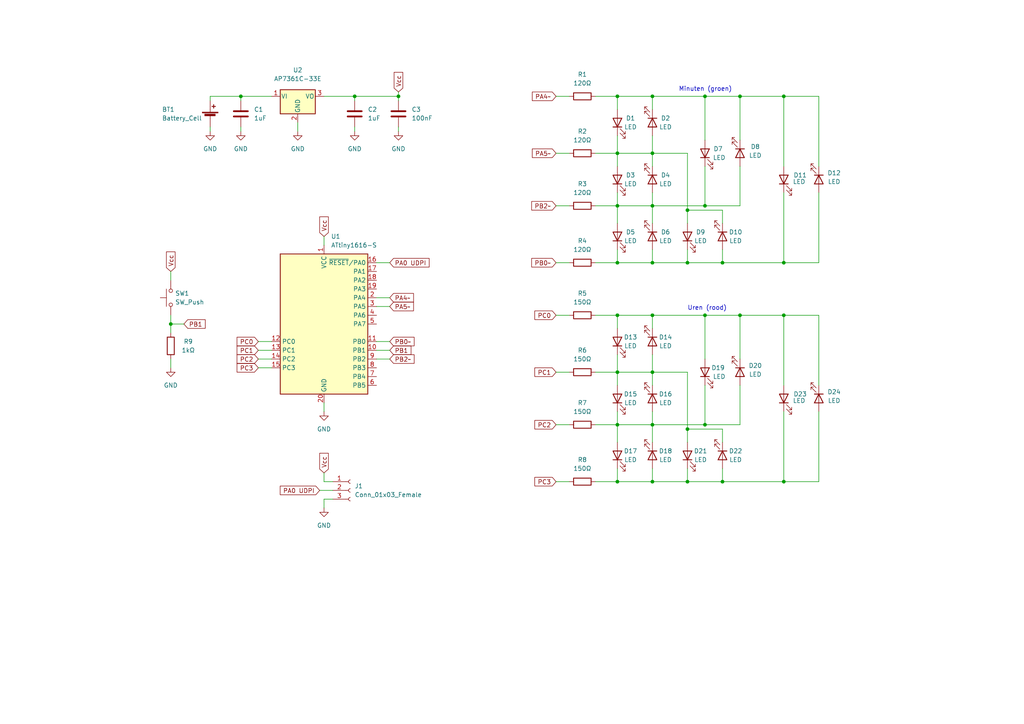
<source format=kicad_sch>
(kicad_sch (version 20211123) (generator eeschema)

  (uuid e63e39d7-6ac0-4ffd-8aa3-1841a4541b55)

  (paper "A4")

  (lib_symbols
    (symbol "Connector:Conn_01x03_Female" (pin_names (offset 1.016) hide) (in_bom yes) (on_board yes)
      (property "Reference" "J" (id 0) (at 0 5.08 0)
        (effects (font (size 1.27 1.27)))
      )
      (property "Value" "Conn_01x03_Female" (id 1) (at 0 -5.08 0)
        (effects (font (size 1.27 1.27)))
      )
      (property "Footprint" "" (id 2) (at 0 0 0)
        (effects (font (size 1.27 1.27)) hide)
      )
      (property "Datasheet" "~" (id 3) (at 0 0 0)
        (effects (font (size 1.27 1.27)) hide)
      )
      (property "ki_keywords" "connector" (id 4) (at 0 0 0)
        (effects (font (size 1.27 1.27)) hide)
      )
      (property "ki_description" "Generic connector, single row, 01x03, script generated (kicad-library-utils/schlib/autogen/connector/)" (id 5) (at 0 0 0)
        (effects (font (size 1.27 1.27)) hide)
      )
      (property "ki_fp_filters" "Connector*:*_1x??_*" (id 6) (at 0 0 0)
        (effects (font (size 1.27 1.27)) hide)
      )
      (symbol "Conn_01x03_Female_1_1"
        (arc (start 0 -2.032) (mid -0.508 -2.54) (end 0 -3.048)
          (stroke (width 0.1524) (type default) (color 0 0 0 0))
          (fill (type none))
        )
        (polyline
          (pts
            (xy -1.27 -2.54)
            (xy -0.508 -2.54)
          )
          (stroke (width 0.1524) (type default) (color 0 0 0 0))
          (fill (type none))
        )
        (polyline
          (pts
            (xy -1.27 0)
            (xy -0.508 0)
          )
          (stroke (width 0.1524) (type default) (color 0 0 0 0))
          (fill (type none))
        )
        (polyline
          (pts
            (xy -1.27 2.54)
            (xy -0.508 2.54)
          )
          (stroke (width 0.1524) (type default) (color 0 0 0 0))
          (fill (type none))
        )
        (arc (start 0 0.508) (mid -0.508 0) (end 0 -0.508)
          (stroke (width 0.1524) (type default) (color 0 0 0 0))
          (fill (type none))
        )
        (arc (start 0 3.048) (mid -0.508 2.54) (end 0 2.032)
          (stroke (width 0.1524) (type default) (color 0 0 0 0))
          (fill (type none))
        )
        (pin passive line (at -5.08 2.54 0) (length 3.81)
          (name "Pin_1" (effects (font (size 1.27 1.27))))
          (number "1" (effects (font (size 1.27 1.27))))
        )
        (pin passive line (at -5.08 0 0) (length 3.81)
          (name "Pin_2" (effects (font (size 1.27 1.27))))
          (number "2" (effects (font (size 1.27 1.27))))
        )
        (pin passive line (at -5.08 -2.54 0) (length 3.81)
          (name "Pin_3" (effects (font (size 1.27 1.27))))
          (number "3" (effects (font (size 1.27 1.27))))
        )
      )
    )
    (symbol "Device:Battery_Cell" (pin_numbers hide) (pin_names (offset 0) hide) (in_bom yes) (on_board yes)
      (property "Reference" "BT" (id 0) (at 2.54 2.54 0)
        (effects (font (size 1.27 1.27)) (justify left))
      )
      (property "Value" "Battery_Cell" (id 1) (at 2.54 0 0)
        (effects (font (size 1.27 1.27)) (justify left))
      )
      (property "Footprint" "" (id 2) (at 0 1.524 90)
        (effects (font (size 1.27 1.27)) hide)
      )
      (property "Datasheet" "~" (id 3) (at 0 1.524 90)
        (effects (font (size 1.27 1.27)) hide)
      )
      (property "ki_keywords" "battery cell" (id 4) (at 0 0 0)
        (effects (font (size 1.27 1.27)) hide)
      )
      (property "ki_description" "Single-cell battery" (id 5) (at 0 0 0)
        (effects (font (size 1.27 1.27)) hide)
      )
      (symbol "Battery_Cell_0_1"
        (rectangle (start -2.286 1.778) (end 2.286 1.524)
          (stroke (width 0) (type default) (color 0 0 0 0))
          (fill (type outline))
        )
        (rectangle (start -1.5748 1.1938) (end 1.4732 0.6858)
          (stroke (width 0) (type default) (color 0 0 0 0))
          (fill (type outline))
        )
        (polyline
          (pts
            (xy 0 0.762)
            (xy 0 0)
          )
          (stroke (width 0) (type default) (color 0 0 0 0))
          (fill (type none))
        )
        (polyline
          (pts
            (xy 0 1.778)
            (xy 0 2.54)
          )
          (stroke (width 0) (type default) (color 0 0 0 0))
          (fill (type none))
        )
        (polyline
          (pts
            (xy 0.508 3.429)
            (xy 1.524 3.429)
          )
          (stroke (width 0.254) (type default) (color 0 0 0 0))
          (fill (type none))
        )
        (polyline
          (pts
            (xy 1.016 3.937)
            (xy 1.016 2.921)
          )
          (stroke (width 0.254) (type default) (color 0 0 0 0))
          (fill (type none))
        )
      )
      (symbol "Battery_Cell_1_1"
        (pin passive line (at 0 5.08 270) (length 2.54)
          (name "+" (effects (font (size 1.27 1.27))))
          (number "1" (effects (font (size 1.27 1.27))))
        )
        (pin passive line (at 0 -2.54 90) (length 2.54)
          (name "-" (effects (font (size 1.27 1.27))))
          (number "2" (effects (font (size 1.27 1.27))))
        )
      )
    )
    (symbol "Device:C" (pin_numbers hide) (pin_names (offset 0.254)) (in_bom yes) (on_board yes)
      (property "Reference" "C" (id 0) (at 0.635 2.54 0)
        (effects (font (size 1.27 1.27)) (justify left))
      )
      (property "Value" "C" (id 1) (at 0.635 -2.54 0)
        (effects (font (size 1.27 1.27)) (justify left))
      )
      (property "Footprint" "" (id 2) (at 0.9652 -3.81 0)
        (effects (font (size 1.27 1.27)) hide)
      )
      (property "Datasheet" "~" (id 3) (at 0 0 0)
        (effects (font (size 1.27 1.27)) hide)
      )
      (property "ki_keywords" "cap capacitor" (id 4) (at 0 0 0)
        (effects (font (size 1.27 1.27)) hide)
      )
      (property "ki_description" "Unpolarized capacitor" (id 5) (at 0 0 0)
        (effects (font (size 1.27 1.27)) hide)
      )
      (property "ki_fp_filters" "C_*" (id 6) (at 0 0 0)
        (effects (font (size 1.27 1.27)) hide)
      )
      (symbol "C_0_1"
        (polyline
          (pts
            (xy -2.032 -0.762)
            (xy 2.032 -0.762)
          )
          (stroke (width 0.508) (type default) (color 0 0 0 0))
          (fill (type none))
        )
        (polyline
          (pts
            (xy -2.032 0.762)
            (xy 2.032 0.762)
          )
          (stroke (width 0.508) (type default) (color 0 0 0 0))
          (fill (type none))
        )
      )
      (symbol "C_1_1"
        (pin passive line (at 0 3.81 270) (length 2.794)
          (name "~" (effects (font (size 1.27 1.27))))
          (number "1" (effects (font (size 1.27 1.27))))
        )
        (pin passive line (at 0 -3.81 90) (length 2.794)
          (name "~" (effects (font (size 1.27 1.27))))
          (number "2" (effects (font (size 1.27 1.27))))
        )
      )
    )
    (symbol "Device:LED" (pin_numbers hide) (pin_names (offset 1.016) hide) (in_bom yes) (on_board yes)
      (property "Reference" "D" (id 0) (at 0 2.54 0)
        (effects (font (size 1.27 1.27)))
      )
      (property "Value" "LED" (id 1) (at 0 -2.54 0)
        (effects (font (size 1.27 1.27)))
      )
      (property "Footprint" "" (id 2) (at 0 0 0)
        (effects (font (size 1.27 1.27)) hide)
      )
      (property "Datasheet" "~" (id 3) (at 0 0 0)
        (effects (font (size 1.27 1.27)) hide)
      )
      (property "ki_keywords" "LED diode" (id 4) (at 0 0 0)
        (effects (font (size 1.27 1.27)) hide)
      )
      (property "ki_description" "Light emitting diode" (id 5) (at 0 0 0)
        (effects (font (size 1.27 1.27)) hide)
      )
      (property "ki_fp_filters" "LED* LED_SMD:* LED_THT:*" (id 6) (at 0 0 0)
        (effects (font (size 1.27 1.27)) hide)
      )
      (symbol "LED_0_1"
        (polyline
          (pts
            (xy -1.27 -1.27)
            (xy -1.27 1.27)
          )
          (stroke (width 0.254) (type default) (color 0 0 0 0))
          (fill (type none))
        )
        (polyline
          (pts
            (xy -1.27 0)
            (xy 1.27 0)
          )
          (stroke (width 0) (type default) (color 0 0 0 0))
          (fill (type none))
        )
        (polyline
          (pts
            (xy 1.27 -1.27)
            (xy 1.27 1.27)
            (xy -1.27 0)
            (xy 1.27 -1.27)
          )
          (stroke (width 0.254) (type default) (color 0 0 0 0))
          (fill (type none))
        )
        (polyline
          (pts
            (xy -3.048 -0.762)
            (xy -4.572 -2.286)
            (xy -3.81 -2.286)
            (xy -4.572 -2.286)
            (xy -4.572 -1.524)
          )
          (stroke (width 0) (type default) (color 0 0 0 0))
          (fill (type none))
        )
        (polyline
          (pts
            (xy -1.778 -0.762)
            (xy -3.302 -2.286)
            (xy -2.54 -2.286)
            (xy -3.302 -2.286)
            (xy -3.302 -1.524)
          )
          (stroke (width 0) (type default) (color 0 0 0 0))
          (fill (type none))
        )
      )
      (symbol "LED_1_1"
        (pin passive line (at -3.81 0 0) (length 2.54)
          (name "K" (effects (font (size 1.27 1.27))))
          (number "1" (effects (font (size 1.27 1.27))))
        )
        (pin passive line (at 3.81 0 180) (length 2.54)
          (name "A" (effects (font (size 1.27 1.27))))
          (number "2" (effects (font (size 1.27 1.27))))
        )
      )
    )
    (symbol "Device:R" (pin_numbers hide) (pin_names (offset 0)) (in_bom yes) (on_board yes)
      (property "Reference" "R" (id 0) (at 2.032 0 90)
        (effects (font (size 1.27 1.27)))
      )
      (property "Value" "R" (id 1) (at 0 0 90)
        (effects (font (size 1.27 1.27)))
      )
      (property "Footprint" "" (id 2) (at -1.778 0 90)
        (effects (font (size 1.27 1.27)) hide)
      )
      (property "Datasheet" "~" (id 3) (at 0 0 0)
        (effects (font (size 1.27 1.27)) hide)
      )
      (property "ki_keywords" "R res resistor" (id 4) (at 0 0 0)
        (effects (font (size 1.27 1.27)) hide)
      )
      (property "ki_description" "Resistor" (id 5) (at 0 0 0)
        (effects (font (size 1.27 1.27)) hide)
      )
      (property "ki_fp_filters" "R_*" (id 6) (at 0 0 0)
        (effects (font (size 1.27 1.27)) hide)
      )
      (symbol "R_0_1"
        (rectangle (start -1.016 -2.54) (end 1.016 2.54)
          (stroke (width 0.254) (type default) (color 0 0 0 0))
          (fill (type none))
        )
      )
      (symbol "R_1_1"
        (pin passive line (at 0 3.81 270) (length 1.27)
          (name "~" (effects (font (size 1.27 1.27))))
          (number "1" (effects (font (size 1.27 1.27))))
        )
        (pin passive line (at 0 -3.81 90) (length 1.27)
          (name "~" (effects (font (size 1.27 1.27))))
          (number "2" (effects (font (size 1.27 1.27))))
        )
      )
    )
    (symbol "MCU_Microchip_ATtiny:ATtiny1616-S" (in_bom yes) (on_board yes)
      (property "Reference" "U" (id 0) (at -12.7 21.59 0)
        (effects (font (size 1.27 1.27)) (justify left bottom))
      )
      (property "Value" "ATtiny1616-S" (id 1) (at 2.54 -21.59 0)
        (effects (font (size 1.27 1.27)) (justify left top))
      )
      (property "Footprint" "Package_SO:SOIC-20W_7.5x12.8mm_P1.27mm" (id 2) (at 0 0 0)
        (effects (font (size 1.27 1.27) italic) hide)
      )
      (property "Datasheet" "http://ww1.microchip.com/downloads/en/DeviceDoc/ATtiny3216_ATtiny1616-data-sheet-40001997B.pdf" (id 3) (at 0 0 0)
        (effects (font (size 1.27 1.27)) hide)
      )
      (property "ki_keywords" "AVR 8bit Microcontroller tinyAVR" (id 4) (at 0 0 0)
        (effects (font (size 1.27 1.27)) hide)
      )
      (property "ki_description" "20MHz, 16kB Flash, 2kB SRAM, 256B EEPROM, SOIC-20" (id 5) (at 0 0 0)
        (effects (font (size 1.27 1.27)) hide)
      )
      (property "ki_fp_filters" "SOIC*7.5x12.8mm*P1.27mm*" (id 6) (at 0 0 0)
        (effects (font (size 1.27 1.27)) hide)
      )
      (symbol "ATtiny1616-S_0_1"
        (rectangle (start -12.7 -20.32) (end 12.7 20.32)
          (stroke (width 0.254) (type default) (color 0 0 0 0))
          (fill (type background))
        )
      )
      (symbol "ATtiny1616-S_1_1"
        (pin power_in line (at 0 22.86 270) (length 2.54)
          (name "VCC" (effects (font (size 1.27 1.27))))
          (number "1" (effects (font (size 1.27 1.27))))
        )
        (pin bidirectional line (at 15.24 -7.62 180) (length 2.54)
          (name "PB1" (effects (font (size 1.27 1.27))))
          (number "10" (effects (font (size 1.27 1.27))))
        )
        (pin bidirectional line (at 15.24 -5.08 180) (length 2.54)
          (name "PB0" (effects (font (size 1.27 1.27))))
          (number "11" (effects (font (size 1.27 1.27))))
        )
        (pin bidirectional line (at -15.24 -5.08 0) (length 2.54)
          (name "PC0" (effects (font (size 1.27 1.27))))
          (number "12" (effects (font (size 1.27 1.27))))
        )
        (pin bidirectional line (at -15.24 -7.62 0) (length 2.54)
          (name "PC1" (effects (font (size 1.27 1.27))))
          (number "13" (effects (font (size 1.27 1.27))))
        )
        (pin bidirectional line (at -15.24 -10.16 0) (length 2.54)
          (name "PC2" (effects (font (size 1.27 1.27))))
          (number "14" (effects (font (size 1.27 1.27))))
        )
        (pin bidirectional line (at -15.24 -12.7 0) (length 2.54)
          (name "PC3" (effects (font (size 1.27 1.27))))
          (number "15" (effects (font (size 1.27 1.27))))
        )
        (pin bidirectional line (at 15.24 17.78 180) (length 2.54)
          (name "~{RESET}/PA0" (effects (font (size 1.27 1.27))))
          (number "16" (effects (font (size 1.27 1.27))))
        )
        (pin bidirectional line (at 15.24 15.24 180) (length 2.54)
          (name "PA1" (effects (font (size 1.27 1.27))))
          (number "17" (effects (font (size 1.27 1.27))))
        )
        (pin bidirectional line (at 15.24 12.7 180) (length 2.54)
          (name "PA2" (effects (font (size 1.27 1.27))))
          (number "18" (effects (font (size 1.27 1.27))))
        )
        (pin bidirectional line (at 15.24 10.16 180) (length 2.54)
          (name "PA3" (effects (font (size 1.27 1.27))))
          (number "19" (effects (font (size 1.27 1.27))))
        )
        (pin bidirectional line (at 15.24 7.62 180) (length 2.54)
          (name "PA4" (effects (font (size 1.27 1.27))))
          (number "2" (effects (font (size 1.27 1.27))))
        )
        (pin power_in line (at 0 -22.86 90) (length 2.54)
          (name "GND" (effects (font (size 1.27 1.27))))
          (number "20" (effects (font (size 1.27 1.27))))
        )
        (pin bidirectional line (at 15.24 5.08 180) (length 2.54)
          (name "PA5" (effects (font (size 1.27 1.27))))
          (number "3" (effects (font (size 1.27 1.27))))
        )
        (pin bidirectional line (at 15.24 2.54 180) (length 2.54)
          (name "PA6" (effects (font (size 1.27 1.27))))
          (number "4" (effects (font (size 1.27 1.27))))
        )
        (pin bidirectional line (at 15.24 0 180) (length 2.54)
          (name "PA7" (effects (font (size 1.27 1.27))))
          (number "5" (effects (font (size 1.27 1.27))))
        )
        (pin bidirectional line (at 15.24 -17.78 180) (length 2.54)
          (name "PB5" (effects (font (size 1.27 1.27))))
          (number "6" (effects (font (size 1.27 1.27))))
        )
        (pin bidirectional line (at 15.24 -15.24 180) (length 2.54)
          (name "PB4" (effects (font (size 1.27 1.27))))
          (number "7" (effects (font (size 1.27 1.27))))
        )
        (pin bidirectional line (at 15.24 -12.7 180) (length 2.54)
          (name "PB3" (effects (font (size 1.27 1.27))))
          (number "8" (effects (font (size 1.27 1.27))))
        )
        (pin bidirectional line (at 15.24 -10.16 180) (length 2.54)
          (name "PB2" (effects (font (size 1.27 1.27))))
          (number "9" (effects (font (size 1.27 1.27))))
        )
      )
    )
    (symbol "Regulator_Linear:AP7361C-33E" (pin_names (offset 0.254)) (in_bom yes) (on_board yes)
      (property "Reference" "U" (id 0) (at -3.81 3.175 0)
        (effects (font (size 1.27 1.27)))
      )
      (property "Value" "AP7361C-33E" (id 1) (at 0 3.175 0)
        (effects (font (size 1.27 1.27)) (justify left))
      )
      (property "Footprint" "Package_TO_SOT_SMD:SOT-223-3_TabPin2" (id 2) (at 0 5.715 0)
        (effects (font (size 1.27 1.27) italic) hide)
      )
      (property "Datasheet" "https://www.diodes.com/assets/Datasheets/AP7361C.pdf" (id 3) (at 0 -1.27 0)
        (effects (font (size 1.27 1.27)) hide)
      )
      (property "ki_keywords" "linear regulator ldo fixed positive" (id 4) (at 0 0 0)
        (effects (font (size 1.27 1.27)) hide)
      )
      (property "ki_description" "1A Low Dropout regulator, positive, 3.3V fixed output, SOT-223" (id 5) (at 0 0 0)
        (effects (font (size 1.27 1.27)) hide)
      )
      (property "ki_fp_filters" "SOT?223*" (id 6) (at 0 0 0)
        (effects (font (size 1.27 1.27)) hide)
      )
      (symbol "AP7361C-33E_0_1"
        (rectangle (start -5.08 -5.08) (end 5.08 1.905)
          (stroke (width 0.254) (type default) (color 0 0 0 0))
          (fill (type background))
        )
      )
      (symbol "AP7361C-33E_1_1"
        (pin power_in line (at -7.62 0 0) (length 2.54)
          (name "VI" (effects (font (size 1.27 1.27))))
          (number "1" (effects (font (size 1.27 1.27))))
        )
        (pin power_in line (at 0 -7.62 90) (length 2.54)
          (name "GND" (effects (font (size 1.27 1.27))))
          (number "2" (effects (font (size 1.27 1.27))))
        )
        (pin power_out line (at 7.62 0 180) (length 2.54)
          (name "VO" (effects (font (size 1.27 1.27))))
          (number "3" (effects (font (size 1.27 1.27))))
        )
      )
    )
    (symbol "Switch:SW_Push" (pin_numbers hide) (pin_names (offset 1.016) hide) (in_bom yes) (on_board yes)
      (property "Reference" "SW" (id 0) (at 1.27 2.54 0)
        (effects (font (size 1.27 1.27)) (justify left))
      )
      (property "Value" "SW_Push" (id 1) (at 0 -1.524 0)
        (effects (font (size 1.27 1.27)))
      )
      (property "Footprint" "" (id 2) (at 0 5.08 0)
        (effects (font (size 1.27 1.27)) hide)
      )
      (property "Datasheet" "~" (id 3) (at 0 5.08 0)
        (effects (font (size 1.27 1.27)) hide)
      )
      (property "ki_keywords" "switch normally-open pushbutton push-button" (id 4) (at 0 0 0)
        (effects (font (size 1.27 1.27)) hide)
      )
      (property "ki_description" "Push button switch, generic, two pins" (id 5) (at 0 0 0)
        (effects (font (size 1.27 1.27)) hide)
      )
      (symbol "SW_Push_0_1"
        (circle (center -2.032 0) (radius 0.508)
          (stroke (width 0) (type default) (color 0 0 0 0))
          (fill (type none))
        )
        (polyline
          (pts
            (xy 0 1.27)
            (xy 0 3.048)
          )
          (stroke (width 0) (type default) (color 0 0 0 0))
          (fill (type none))
        )
        (polyline
          (pts
            (xy 2.54 1.27)
            (xy -2.54 1.27)
          )
          (stroke (width 0) (type default) (color 0 0 0 0))
          (fill (type none))
        )
        (circle (center 2.032 0) (radius 0.508)
          (stroke (width 0) (type default) (color 0 0 0 0))
          (fill (type none))
        )
        (pin passive line (at -5.08 0 0) (length 2.54)
          (name "1" (effects (font (size 1.27 1.27))))
          (number "1" (effects (font (size 1.27 1.27))))
        )
        (pin passive line (at 5.08 0 180) (length 2.54)
          (name "2" (effects (font (size 1.27 1.27))))
          (number "2" (effects (font (size 1.27 1.27))))
        )
      )
    )
    (symbol "power:GND" (power) (pin_names (offset 0)) (in_bom yes) (on_board yes)
      (property "Reference" "#PWR" (id 0) (at 0 -6.35 0)
        (effects (font (size 1.27 1.27)) hide)
      )
      (property "Value" "GND" (id 1) (at 0 -3.81 0)
        (effects (font (size 1.27 1.27)))
      )
      (property "Footprint" "" (id 2) (at 0 0 0)
        (effects (font (size 1.27 1.27)) hide)
      )
      (property "Datasheet" "" (id 3) (at 0 0 0)
        (effects (font (size 1.27 1.27)) hide)
      )
      (property "ki_keywords" "power-flag" (id 4) (at 0 0 0)
        (effects (font (size 1.27 1.27)) hide)
      )
      (property "ki_description" "Power symbol creates a global label with name \"GND\" , ground" (id 5) (at 0 0 0)
        (effects (font (size 1.27 1.27)) hide)
      )
      (symbol "GND_0_1"
        (polyline
          (pts
            (xy 0 0)
            (xy 0 -1.27)
            (xy 1.27 -1.27)
            (xy 0 -2.54)
            (xy -1.27 -1.27)
            (xy 0 -1.27)
          )
          (stroke (width 0) (type default) (color 0 0 0 0))
          (fill (type none))
        )
      )
      (symbol "GND_1_1"
        (pin power_in line (at 0 0 270) (length 0) hide
          (name "GND" (effects (font (size 1.27 1.27))))
          (number "1" (effects (font (size 1.27 1.27))))
        )
      )
    )
  )

  (junction (at 115.57 27.94) (diameter 0) (color 0 0 0 0)
    (uuid 040395e4-a795-4d38-8c0c-aa5dd77d971d)
  )
  (junction (at 179.07 76.2) (diameter 0) (color 0 0 0 0)
    (uuid 08473e48-10aa-4303-b3c7-ed02079d6dd2)
  )
  (junction (at 179.07 59.69) (diameter 0) (color 0 0 0 0)
    (uuid 173da325-4eaa-4989-804d-d75e2670d6a5)
  )
  (junction (at 227.33 76.2) (diameter 0) (color 0 0 0 0)
    (uuid 178891fe-da95-4771-a938-d5b0c3c35af7)
  )
  (junction (at 204.47 59.69) (diameter 0) (color 0 0 0 0)
    (uuid 1c7d9d67-1f1e-4d2c-beae-d21131dc48e2)
  )
  (junction (at 189.23 59.69) (diameter 0) (color 0 0 0 0)
    (uuid 255afdac-8899-4a38-9776-ffdd78bb28f1)
  )
  (junction (at 199.39 60.96) (diameter 0) (color 0 0 0 0)
    (uuid 2acb42cc-6928-44f5-ab8c-18b481cc05dc)
  )
  (junction (at 179.07 27.94) (diameter 0) (color 0 0 0 0)
    (uuid 424fab6a-11e9-4864-b8da-56de992de7cd)
  )
  (junction (at 179.07 123.19) (diameter 0) (color 0 0 0 0)
    (uuid 4765ed27-68e9-4f66-919a-6e295b87035d)
  )
  (junction (at 227.33 91.44) (diameter 0) (color 0 0 0 0)
    (uuid 50b34f20-438e-4673-99cf-9bbd365e1247)
  )
  (junction (at 189.23 139.7) (diameter 0) (color 0 0 0 0)
    (uuid 5f8bf9fd-38dd-4210-9438-dccfc6aca1e3)
  )
  (junction (at 179.07 139.7) (diameter 0) (color 0 0 0 0)
    (uuid 667b7591-b3c3-4cc4-b1e0-1ab12cbc61ba)
  )
  (junction (at 227.33 27.94) (diameter 0) (color 0 0 0 0)
    (uuid 6e007a2d-275e-41e5-b1ab-6551600463fe)
  )
  (junction (at 227.33 139.7) (diameter 0) (color 0 0 0 0)
    (uuid 747e7e74-0b1e-4786-ac86-8addc8a7ef3c)
  )
  (junction (at 189.23 91.44) (diameter 0) (color 0 0 0 0)
    (uuid 78d32b59-27a6-47fa-b094-1305a7975e97)
  )
  (junction (at 204.47 123.19) (diameter 0) (color 0 0 0 0)
    (uuid 854e916c-e19d-4ce0-af76-5a997b377cea)
  )
  (junction (at 102.87 27.94) (diameter 0) (color 0 0 0 0)
    (uuid 862fa8c2-bac9-4744-9af9-9a1a06f33b57)
  )
  (junction (at 189.23 44.45) (diameter 0) (color 0 0 0 0)
    (uuid 97b81da1-bf87-45fe-8a4c-b6bce3391b58)
  )
  (junction (at 214.63 27.94) (diameter 0) (color 0 0 0 0)
    (uuid a1df11d5-c9d4-4518-9dc4-58d0a686b88a)
  )
  (junction (at 179.07 91.44) (diameter 0) (color 0 0 0 0)
    (uuid a773d888-e403-4995-bade-eb1a0ed117e5)
  )
  (junction (at 69.85 27.94) (diameter 0) (color 0 0 0 0)
    (uuid acad5d67-0299-48ae-aa04-adef3353847d)
  )
  (junction (at 199.39 124.46) (diameter 0) (color 0 0 0 0)
    (uuid b3dcc432-8185-4f2c-946c-36354e461e2e)
  )
  (junction (at 199.39 76.2) (diameter 0) (color 0 0 0 0)
    (uuid b8662968-faac-48b5-9923-332d9896b548)
  )
  (junction (at 189.23 27.94) (diameter 0) (color 0 0 0 0)
    (uuid b88a3288-3f2c-4c14-b7c8-153c658b3012)
  )
  (junction (at 204.47 27.94) (diameter 0) (color 0 0 0 0)
    (uuid c97429ae-5761-49a2-a54a-aff9a7324796)
  )
  (junction (at 179.07 44.45) (diameter 0) (color 0 0 0 0)
    (uuid d09da9c0-cea7-4127-abdf-0696b9e90ed2)
  )
  (junction (at 189.23 123.19) (diameter 0) (color 0 0 0 0)
    (uuid da13daa4-1b6e-4358-bd8a-26d96f0a24d3)
  )
  (junction (at 189.23 107.95) (diameter 0) (color 0 0 0 0)
    (uuid dcb142d5-21fb-4eab-87a2-0460425bd0c3)
  )
  (junction (at 204.47 91.44) (diameter 0) (color 0 0 0 0)
    (uuid e38ef7a3-4fb7-4d30-97fa-979d47ad83b5)
  )
  (junction (at 214.63 91.44) (diameter 0) (color 0 0 0 0)
    (uuid e6fb21f9-f8bf-4686-a53b-3c71b8dcf09c)
  )
  (junction (at 209.55 139.7) (diameter 0) (color 0 0 0 0)
    (uuid e81cc322-7831-4763-a8a1-15eacd74c393)
  )
  (junction (at 49.53 93.98) (diameter 0) (color 0 0 0 0)
    (uuid e96280a3-dc8c-4710-8994-e35aca3ab6d2)
  )
  (junction (at 209.55 76.2) (diameter 0) (color 0 0 0 0)
    (uuid ea73bc55-c252-422b-bb76-bfcc79e215a5)
  )
  (junction (at 189.23 76.2) (diameter 0) (color 0 0 0 0)
    (uuid eb365324-594f-4a10-a928-64bc36bbd552)
  )
  (junction (at 199.39 139.7) (diameter 0) (color 0 0 0 0)
    (uuid f55b26cf-0bc4-4b12-94be-9b35151c6f9b)
  )
  (junction (at 179.07 107.95) (diameter 0) (color 0 0 0 0)
    (uuid fb3e3a69-11d5-403b-a166-7af75a8c6c07)
  )

  (wire (pts (xy 93.98 116.84) (xy 93.98 119.38))
    (stroke (width 0) (type default) (color 0 0 0 0))
    (uuid 00d19fae-5836-4904-8f61-d44e779d4c5b)
  )
  (wire (pts (xy 179.07 91.44) (xy 179.07 95.25))
    (stroke (width 0) (type default) (color 0 0 0 0))
    (uuid 014d1fdf-9fca-4766-9365-50f3d1428d8a)
  )
  (wire (pts (xy 179.07 44.45) (xy 189.23 44.45))
    (stroke (width 0) (type default) (color 0 0 0 0))
    (uuid 033e9ced-f6db-45ee-bf09-ed241e2a675b)
  )
  (wire (pts (xy 189.23 102.87) (xy 189.23 107.95))
    (stroke (width 0) (type default) (color 0 0 0 0))
    (uuid 04fda8f9-940f-4ed1-bea7-70d8a1be0f31)
  )
  (wire (pts (xy 237.49 139.7) (xy 227.33 139.7))
    (stroke (width 0) (type default) (color 0 0 0 0))
    (uuid 07e172f0-1643-4b46-bbbd-e5b98d341c59)
  )
  (wire (pts (xy 227.33 55.88) (xy 227.33 76.2))
    (stroke (width 0) (type default) (color 0 0 0 0))
    (uuid 0d68ca59-b674-45c9-b64b-030ca189833f)
  )
  (wire (pts (xy 102.87 27.94) (xy 102.87 29.21))
    (stroke (width 0) (type default) (color 0 0 0 0))
    (uuid 0d81c791-8ccb-4c38-9af4-18acb44c89b8)
  )
  (wire (pts (xy 189.23 95.25) (xy 189.23 91.44))
    (stroke (width 0) (type default) (color 0 0 0 0))
    (uuid 0e23c1b7-c070-434a-aef6-27f28f05a145)
  )
  (wire (pts (xy 209.55 139.7) (xy 199.39 139.7))
    (stroke (width 0) (type default) (color 0 0 0 0))
    (uuid 0f91587b-9fb1-4b09-bbc0-51f3055ebe52)
  )
  (wire (pts (xy 189.23 76.2) (xy 179.07 76.2))
    (stroke (width 0) (type default) (color 0 0 0 0))
    (uuid 102c7442-de48-45ff-a7b0-3dc632487d08)
  )
  (wire (pts (xy 74.93 104.14) (xy 78.74 104.14))
    (stroke (width 0) (type default) (color 0 0 0 0))
    (uuid 147d0862-52dc-4c4c-8bcd-e74ffc80b7ab)
  )
  (wire (pts (xy 189.23 135.89) (xy 189.23 139.7))
    (stroke (width 0) (type default) (color 0 0 0 0))
    (uuid 178b50ab-6e00-45d9-bed3-493569fac7f5)
  )
  (wire (pts (xy 189.23 107.95) (xy 199.39 107.95))
    (stroke (width 0) (type default) (color 0 0 0 0))
    (uuid 193cd6e8-a508-4c2f-9101-003261bf144b)
  )
  (wire (pts (xy 179.07 102.87) (xy 179.07 107.95))
    (stroke (width 0) (type default) (color 0 0 0 0))
    (uuid 19907842-ef20-493d-bac6-87dd9960f111)
  )
  (wire (pts (xy 49.53 104.14) (xy 49.53 106.68))
    (stroke (width 0) (type default) (color 0 0 0 0))
    (uuid 1ae28135-3eb2-4ccb-90ad-3a3b3a33af39)
  )
  (wire (pts (xy 172.72 44.45) (xy 179.07 44.45))
    (stroke (width 0) (type default) (color 0 0 0 0))
    (uuid 1bbedfde-389c-45fd-97f6-4c5c237704f3)
  )
  (wire (pts (xy 93.98 144.78) (xy 96.52 144.78))
    (stroke (width 0) (type default) (color 0 0 0 0))
    (uuid 1bd040ce-6a96-4a9a-84c3-b350f9a954a6)
  )
  (wire (pts (xy 204.47 48.26) (xy 204.47 59.69))
    (stroke (width 0) (type default) (color 0 0 0 0))
    (uuid 1d54809e-fa3f-4113-8467-8cccf2c78c16)
  )
  (wire (pts (xy 161.29 27.94) (xy 165.1 27.94))
    (stroke (width 0) (type default) (color 0 0 0 0))
    (uuid 1eab2a57-04e9-451a-90c4-2ebd22426c4d)
  )
  (wire (pts (xy 179.07 44.45) (xy 179.07 48.26))
    (stroke (width 0) (type default) (color 0 0 0 0))
    (uuid 201a144e-3207-4031-a067-d2680e74b96b)
  )
  (wire (pts (xy 189.23 31.75) (xy 189.23 27.94))
    (stroke (width 0) (type default) (color 0 0 0 0))
    (uuid 2220e48a-6005-44f1-9a61-15970ee908ed)
  )
  (wire (pts (xy 161.29 44.45) (xy 165.1 44.45))
    (stroke (width 0) (type default) (color 0 0 0 0))
    (uuid 24488fbc-f0ba-4e12-bf2d-ab76ff8df958)
  )
  (wire (pts (xy 189.23 119.38) (xy 189.23 123.19))
    (stroke (width 0) (type default) (color 0 0 0 0))
    (uuid 278efbe3-fd03-47cb-b67e-b8f09c6e66e7)
  )
  (wire (pts (xy 199.39 72.39) (xy 199.39 76.2))
    (stroke (width 0) (type default) (color 0 0 0 0))
    (uuid 28030ae4-7382-4967-8f98-552d6dc6eb57)
  )
  (wire (pts (xy 189.23 72.39) (xy 189.23 76.2))
    (stroke (width 0) (type default) (color 0 0 0 0))
    (uuid 2a931310-9c29-45d4-9577-c725546b14cd)
  )
  (wire (pts (xy 237.49 119.38) (xy 237.49 139.7))
    (stroke (width 0) (type default) (color 0 0 0 0))
    (uuid 2cfbcd4e-0e1f-4e3d-a93f-6ee19bafac8d)
  )
  (wire (pts (xy 237.49 76.2) (xy 227.33 76.2))
    (stroke (width 0) (type default) (color 0 0 0 0))
    (uuid 2db63d84-8346-49d7-971a-30be3d7f1b96)
  )
  (wire (pts (xy 102.87 36.83) (xy 102.87 38.1))
    (stroke (width 0) (type default) (color 0 0 0 0))
    (uuid 2e3fc45b-3a90-498f-9740-7584ac419c1e)
  )
  (wire (pts (xy 189.23 44.45) (xy 189.23 48.26))
    (stroke (width 0) (type default) (color 0 0 0 0))
    (uuid 2e82b889-d5dd-4d19-95f0-e63cea767ea5)
  )
  (wire (pts (xy 209.55 76.2) (xy 199.39 76.2))
    (stroke (width 0) (type default) (color 0 0 0 0))
    (uuid 2f6d012f-9d5c-4ddc-ab07-2ab80cfe6e94)
  )
  (wire (pts (xy 179.07 123.19) (xy 179.07 128.27))
    (stroke (width 0) (type default) (color 0 0 0 0))
    (uuid 36822129-efd7-4321-896a-cf7a8b3d1cc2)
  )
  (wire (pts (xy 189.23 123.19) (xy 189.23 128.27))
    (stroke (width 0) (type default) (color 0 0 0 0))
    (uuid 36bbc454-2c7a-42fd-b524-3f6d91f583c5)
  )
  (wire (pts (xy 199.39 76.2) (xy 189.23 76.2))
    (stroke (width 0) (type default) (color 0 0 0 0))
    (uuid 3b9c1621-f9ad-46f4-9af5-7379a0843322)
  )
  (wire (pts (xy 214.63 111.76) (xy 214.63 123.19))
    (stroke (width 0) (type default) (color 0 0 0 0))
    (uuid 3c27996f-568c-4b75-aa78-d86bad29817f)
  )
  (wire (pts (xy 199.39 135.89) (xy 199.39 139.7))
    (stroke (width 0) (type default) (color 0 0 0 0))
    (uuid 3e5df569-1d49-4ceb-9540-79c1341390de)
  )
  (wire (pts (xy 179.07 27.94) (xy 179.07 31.75))
    (stroke (width 0) (type default) (color 0 0 0 0))
    (uuid 3f480915-2491-4e30-8268-2d82e871dcd2)
  )
  (wire (pts (xy 227.33 139.7) (xy 209.55 139.7))
    (stroke (width 0) (type default) (color 0 0 0 0))
    (uuid 3f747479-cc23-480d-afa1-09095f852d49)
  )
  (wire (pts (xy 172.72 139.7) (xy 179.07 139.7))
    (stroke (width 0) (type default) (color 0 0 0 0))
    (uuid 3f909d14-4dec-4686-8241-1dfdbb9e3cce)
  )
  (wire (pts (xy 179.07 107.95) (xy 179.07 111.76))
    (stroke (width 0) (type default) (color 0 0 0 0))
    (uuid 3fe5078b-c329-43be-bc1c-67fae5f614a4)
  )
  (wire (pts (xy 60.96 27.94) (xy 69.85 27.94))
    (stroke (width 0) (type default) (color 0 0 0 0))
    (uuid 416f976b-43d6-45f1-b75b-76f1b491d701)
  )
  (wire (pts (xy 93.98 139.7) (xy 96.52 139.7))
    (stroke (width 0) (type default) (color 0 0 0 0))
    (uuid 41f15770-a4df-47dc-be09-ed6bcea0eb34)
  )
  (wire (pts (xy 189.23 107.95) (xy 189.23 111.76))
    (stroke (width 0) (type default) (color 0 0 0 0))
    (uuid 439c9ce1-b9b1-4753-a214-0dba9da71ee1)
  )
  (wire (pts (xy 93.98 137.16) (xy 93.98 139.7))
    (stroke (width 0) (type default) (color 0 0 0 0))
    (uuid 469e1c1a-7bf4-48fc-bc2e-86156a1f07ef)
  )
  (wire (pts (xy 227.33 48.26) (xy 227.33 27.94))
    (stroke (width 0) (type default) (color 0 0 0 0))
    (uuid 4c203ccc-4265-49ab-ba40-ac3a9f2ccfc1)
  )
  (wire (pts (xy 237.49 111.76) (xy 237.49 91.44))
    (stroke (width 0) (type default) (color 0 0 0 0))
    (uuid 50a7b07e-c9c4-493e-a9ce-152c95ad9b2b)
  )
  (wire (pts (xy 179.07 119.38) (xy 179.07 123.19))
    (stroke (width 0) (type default) (color 0 0 0 0))
    (uuid 515cf4b0-2b53-4d0b-b5dc-b0a797181425)
  )
  (wire (pts (xy 172.72 27.94) (xy 179.07 27.94))
    (stroke (width 0) (type default) (color 0 0 0 0))
    (uuid 529bfb41-c426-46aa-ba21-8397ea98733f)
  )
  (wire (pts (xy 179.07 55.88) (xy 179.07 59.69))
    (stroke (width 0) (type default) (color 0 0 0 0))
    (uuid 552c3a07-5939-4781-b62c-a0b9945b9d31)
  )
  (wire (pts (xy 69.85 36.83) (xy 69.85 38.1))
    (stroke (width 0) (type default) (color 0 0 0 0))
    (uuid 5623460f-2242-4e70-934d-9c08270d19d9)
  )
  (wire (pts (xy 49.53 93.98) (xy 53.34 93.98))
    (stroke (width 0) (type default) (color 0 0 0 0))
    (uuid 572aae53-fed6-4e0b-8ace-c308755c6af8)
  )
  (wire (pts (xy 189.23 55.88) (xy 189.23 59.69))
    (stroke (width 0) (type default) (color 0 0 0 0))
    (uuid 59be9813-e7fd-4103-8944-29d71c148e45)
  )
  (wire (pts (xy 93.98 27.94) (xy 102.87 27.94))
    (stroke (width 0) (type default) (color 0 0 0 0))
    (uuid 5a4f358d-446f-4612-84ed-60426b15d640)
  )
  (wire (pts (xy 161.29 91.44) (xy 165.1 91.44))
    (stroke (width 0) (type default) (color 0 0 0 0))
    (uuid 5be86d48-6268-4781-882d-efee60fa5b1d)
  )
  (wire (pts (xy 214.63 27.94) (xy 204.47 27.94))
    (stroke (width 0) (type default) (color 0 0 0 0))
    (uuid 624208c3-a9f6-4615-9943-e12144655d9b)
  )
  (wire (pts (xy 109.22 99.06) (xy 113.03 99.06))
    (stroke (width 0) (type default) (color 0 0 0 0))
    (uuid 62b044b0-3c9f-4472-8e77-f84738530fd2)
  )
  (wire (pts (xy 189.23 59.69) (xy 189.23 64.77))
    (stroke (width 0) (type default) (color 0 0 0 0))
    (uuid 68f9dc45-448a-475b-be81-e2de7a25a1ee)
  )
  (wire (pts (xy 92.71 142.24) (xy 96.52 142.24))
    (stroke (width 0) (type default) (color 0 0 0 0))
    (uuid 6e959a69-bd6e-4775-84fa-5ecd2ae89fa8)
  )
  (wire (pts (xy 227.33 27.94) (xy 214.63 27.94))
    (stroke (width 0) (type default) (color 0 0 0 0))
    (uuid 743475ef-ccbc-4bcc-8ee5-dfaf7f77facb)
  )
  (wire (pts (xy 109.22 101.6) (xy 113.03 101.6))
    (stroke (width 0) (type default) (color 0 0 0 0))
    (uuid 75dcc99c-ec80-4949-bf60-828d9357db42)
  )
  (wire (pts (xy 115.57 36.83) (xy 115.57 38.1))
    (stroke (width 0) (type default) (color 0 0 0 0))
    (uuid 760dccd3-4246-4aac-91ec-94dc9ef9cc84)
  )
  (wire (pts (xy 227.33 119.38) (xy 227.33 139.7))
    (stroke (width 0) (type default) (color 0 0 0 0))
    (uuid 7b838c37-821c-4796-a8b0-995f4bf27907)
  )
  (wire (pts (xy 179.07 91.44) (xy 189.23 91.44))
    (stroke (width 0) (type default) (color 0 0 0 0))
    (uuid 7bbc71a5-64d2-41d4-9316-9dc04fd160c2)
  )
  (wire (pts (xy 172.72 123.19) (xy 179.07 123.19))
    (stroke (width 0) (type default) (color 0 0 0 0))
    (uuid 7be6cd9f-aaee-45bc-a61c-e32b688ff5ab)
  )
  (wire (pts (xy 209.55 60.96) (xy 199.39 60.96))
    (stroke (width 0) (type default) (color 0 0 0 0))
    (uuid 7d06a1dd-b1c4-4899-ab61-895f274f9989)
  )
  (wire (pts (xy 199.39 107.95) (xy 199.39 124.46))
    (stroke (width 0) (type default) (color 0 0 0 0))
    (uuid 7d8b5bce-8105-4a85-afeb-5148292d3093)
  )
  (wire (pts (xy 227.33 111.76) (xy 227.33 91.44))
    (stroke (width 0) (type default) (color 0 0 0 0))
    (uuid 7de33de3-41c3-4375-b90a-7eeaae6a97e1)
  )
  (wire (pts (xy 237.49 91.44) (xy 227.33 91.44))
    (stroke (width 0) (type default) (color 0 0 0 0))
    (uuid 7df5e3b9-ade9-4ad6-b4d1-2e7352af3d3a)
  )
  (wire (pts (xy 179.07 39.37) (xy 179.07 44.45))
    (stroke (width 0) (type default) (color 0 0 0 0))
    (uuid 8046bf69-9306-46b8-8d02-43ba7b4b85b4)
  )
  (wire (pts (xy 109.22 86.36) (xy 113.03 86.36))
    (stroke (width 0) (type default) (color 0 0 0 0))
    (uuid 8634d642-d93c-4901-a795-b510b635ad36)
  )
  (wire (pts (xy 209.55 124.46) (xy 199.39 124.46))
    (stroke (width 0) (type default) (color 0 0 0 0))
    (uuid 88667a74-4c3a-4db0-913e-f69965755ec6)
  )
  (wire (pts (xy 179.07 107.95) (xy 189.23 107.95))
    (stroke (width 0) (type default) (color 0 0 0 0))
    (uuid 8e2b991c-bb53-47d1-83aa-62ec3867c7dd)
  )
  (wire (pts (xy 161.29 76.2) (xy 165.1 76.2))
    (stroke (width 0) (type default) (color 0 0 0 0))
    (uuid 8eb5e755-b853-4063-bc05-5bae59d29264)
  )
  (wire (pts (xy 199.39 44.45) (xy 199.39 60.96))
    (stroke (width 0) (type default) (color 0 0 0 0))
    (uuid 910ecd11-c9db-4361-9519-a4469f17c19a)
  )
  (wire (pts (xy 227.33 91.44) (xy 214.63 91.44))
    (stroke (width 0) (type default) (color 0 0 0 0))
    (uuid 92da8dd5-2420-4910-9018-565911e7aa65)
  )
  (wire (pts (xy 179.07 135.89) (xy 179.07 139.7))
    (stroke (width 0) (type default) (color 0 0 0 0))
    (uuid 93dc0fca-3179-4f26-943b-caba117010d8)
  )
  (wire (pts (xy 179.07 27.94) (xy 189.23 27.94))
    (stroke (width 0) (type default) (color 0 0 0 0))
    (uuid 94e827f6-df55-4570-a068-3b70a5e65168)
  )
  (wire (pts (xy 204.47 123.19) (xy 214.63 123.19))
    (stroke (width 0) (type default) (color 0 0 0 0))
    (uuid 99f42440-2fa6-4cc2-8efe-b18e7bbbefc0)
  )
  (wire (pts (xy 86.36 35.56) (xy 86.36 38.1))
    (stroke (width 0) (type default) (color 0 0 0 0))
    (uuid 9a75dd93-00b4-400b-94df-a3576922681d)
  )
  (wire (pts (xy 74.93 106.68) (xy 78.74 106.68))
    (stroke (width 0) (type default) (color 0 0 0 0))
    (uuid 9b157abe-80ce-46a3-ad2d-d8e2ac28bb20)
  )
  (wire (pts (xy 161.29 107.95) (xy 165.1 107.95))
    (stroke (width 0) (type default) (color 0 0 0 0))
    (uuid 9eb02420-f207-4321-b63d-f734a2392350)
  )
  (wire (pts (xy 74.93 101.6) (xy 78.74 101.6))
    (stroke (width 0) (type default) (color 0 0 0 0))
    (uuid 9ed8da9c-80a2-44c5-93e4-452fabb216a1)
  )
  (wire (pts (xy 172.72 76.2) (xy 179.07 76.2))
    (stroke (width 0) (type default) (color 0 0 0 0))
    (uuid a002c4ac-cb1f-44cd-8a58-e2123c5aa384)
  )
  (wire (pts (xy 93.98 68.58) (xy 93.98 71.12))
    (stroke (width 0) (type default) (color 0 0 0 0))
    (uuid a398e678-5673-4142-b95f-a4be07338cc6)
  )
  (wire (pts (xy 199.39 139.7) (xy 189.23 139.7))
    (stroke (width 0) (type default) (color 0 0 0 0))
    (uuid a45bea3e-05ba-4f01-b00b-7d26d8825003)
  )
  (wire (pts (xy 49.53 93.98) (xy 49.53 96.52))
    (stroke (width 0) (type default) (color 0 0 0 0))
    (uuid a843ff83-a259-42a9-bca2-ce22d987586e)
  )
  (wire (pts (xy 49.53 91.44) (xy 49.53 93.98))
    (stroke (width 0) (type default) (color 0 0 0 0))
    (uuid a91e885f-0f0f-4e5a-8215-a9db1a720115)
  )
  (wire (pts (xy 189.23 44.45) (xy 199.39 44.45))
    (stroke (width 0) (type default) (color 0 0 0 0))
    (uuid aa1d75eb-9981-46ee-8cba-a00c46337820)
  )
  (wire (pts (xy 115.57 27.94) (xy 115.57 29.21))
    (stroke (width 0) (type default) (color 0 0 0 0))
    (uuid aa2262c1-41e2-4483-abbd-8356715a6e23)
  )
  (wire (pts (xy 161.29 123.19) (xy 165.1 123.19))
    (stroke (width 0) (type default) (color 0 0 0 0))
    (uuid ab07136c-0beb-4071-a6f4-64f91bd5b6dc)
  )
  (wire (pts (xy 172.72 59.69) (xy 179.07 59.69))
    (stroke (width 0) (type default) (color 0 0 0 0))
    (uuid ab15dd1e-6d31-4c64-a83f-4659b5bca3ca)
  )
  (wire (pts (xy 49.53 78.74) (xy 49.53 81.28))
    (stroke (width 0) (type default) (color 0 0 0 0))
    (uuid ad078e18-54c5-4b77-8472-c0b8c3df0199)
  )
  (wire (pts (xy 209.55 72.39) (xy 209.55 76.2))
    (stroke (width 0) (type default) (color 0 0 0 0))
    (uuid ae3eab4f-e695-4a9d-8d31-47a14e769f16)
  )
  (wire (pts (xy 199.39 60.96) (xy 199.39 64.77))
    (stroke (width 0) (type default) (color 0 0 0 0))
    (uuid b005cd0c-73d8-4b8e-b36c-dc08dab86845)
  )
  (wire (pts (xy 204.47 123.19) (xy 189.23 123.19))
    (stroke (width 0) (type default) (color 0 0 0 0))
    (uuid b082d660-84df-4d2f-9f41-87ea83cc6134)
  )
  (wire (pts (xy 93.98 144.78) (xy 93.98 147.32))
    (stroke (width 0) (type default) (color 0 0 0 0))
    (uuid b1171575-8686-42bc-893f-caffaa397cb3)
  )
  (wire (pts (xy 204.47 59.69) (xy 214.63 59.69))
    (stroke (width 0) (type default) (color 0 0 0 0))
    (uuid b3b691ae-a6e7-4f8f-8722-ca7c9e9e7595)
  )
  (wire (pts (xy 69.85 27.94) (xy 78.74 27.94))
    (stroke (width 0) (type default) (color 0 0 0 0))
    (uuid b8040a7a-2967-4871-a800-4bb327ba3307)
  )
  (wire (pts (xy 204.47 27.94) (xy 189.23 27.94))
    (stroke (width 0) (type default) (color 0 0 0 0))
    (uuid b92cfcd0-d7cd-48c3-b954-4e094a97b0be)
  )
  (wire (pts (xy 237.49 55.88) (xy 237.49 76.2))
    (stroke (width 0) (type default) (color 0 0 0 0))
    (uuid b964aa67-e334-4a03-990b-4b6546210c44)
  )
  (wire (pts (xy 179.07 59.69) (xy 189.23 59.69))
    (stroke (width 0) (type default) (color 0 0 0 0))
    (uuid b9873d46-b65c-422a-80ac-dcc1e6831875)
  )
  (wire (pts (xy 214.63 48.26) (xy 214.63 59.69))
    (stroke (width 0) (type default) (color 0 0 0 0))
    (uuid b9c1b793-349e-4465-a960-20d22409c073)
  )
  (wire (pts (xy 161.29 139.7) (xy 165.1 139.7))
    (stroke (width 0) (type default) (color 0 0 0 0))
    (uuid bb402aa0-10c6-496c-a117-1e3b6e5016e1)
  )
  (wire (pts (xy 109.22 76.2) (xy 113.03 76.2))
    (stroke (width 0) (type default) (color 0 0 0 0))
    (uuid c1d3f43e-c9a2-41f8-9470-e64b8a1a91bd)
  )
  (wire (pts (xy 179.07 72.39) (xy 179.07 76.2))
    (stroke (width 0) (type default) (color 0 0 0 0))
    (uuid c2697a7a-ff6f-4405-9cb2-328ddca7e2e9)
  )
  (wire (pts (xy 172.72 91.44) (xy 179.07 91.44))
    (stroke (width 0) (type default) (color 0 0 0 0))
    (uuid c42475d3-9b73-4813-b869-d5b2f45a7108)
  )
  (wire (pts (xy 227.33 76.2) (xy 209.55 76.2))
    (stroke (width 0) (type default) (color 0 0 0 0))
    (uuid c9605752-a1c8-49dc-ab27-1829bf04a1fc)
  )
  (wire (pts (xy 179.07 123.19) (xy 189.23 123.19))
    (stroke (width 0) (type default) (color 0 0 0 0))
    (uuid cf12cbe0-29c7-463b-9606-32f8fa4b7792)
  )
  (wire (pts (xy 209.55 64.77) (xy 209.55 60.96))
    (stroke (width 0) (type default) (color 0 0 0 0))
    (uuid d0b81467-2469-4ce5-872c-8ffe80d51dcc)
  )
  (wire (pts (xy 179.07 59.69) (xy 179.07 64.77))
    (stroke (width 0) (type default) (color 0 0 0 0))
    (uuid d177d8f8-297b-48a4-b923-13c21d5842e8)
  )
  (wire (pts (xy 204.47 40.64) (xy 204.47 27.94))
    (stroke (width 0) (type default) (color 0 0 0 0))
    (uuid d2b3cb12-be12-4f73-8057-e1d230ab8739)
  )
  (wire (pts (xy 161.29 59.69) (xy 165.1 59.69))
    (stroke (width 0) (type default) (color 0 0 0 0))
    (uuid d3a28aca-8e5f-496b-ba48-0e3280700a04)
  )
  (wire (pts (xy 74.93 99.06) (xy 78.74 99.06))
    (stroke (width 0) (type default) (color 0 0 0 0))
    (uuid dca1810c-7754-446c-95fe-b9e45c3d37c0)
  )
  (wire (pts (xy 115.57 27.94) (xy 115.57 26.67))
    (stroke (width 0) (type default) (color 0 0 0 0))
    (uuid de83f582-cbfb-42f1-8fcd-254248d68093)
  )
  (wire (pts (xy 60.96 29.21) (xy 60.96 27.94))
    (stroke (width 0) (type default) (color 0 0 0 0))
    (uuid df78f80c-66e3-4049-b37c-5b4eda3fdfb5)
  )
  (wire (pts (xy 214.63 104.14) (xy 214.63 91.44))
    (stroke (width 0) (type default) (color 0 0 0 0))
    (uuid e077250e-b4f4-4ffe-b410-bb05e88f5c07)
  )
  (wire (pts (xy 204.47 111.76) (xy 204.47 123.19))
    (stroke (width 0) (type default) (color 0 0 0 0))
    (uuid e17faa17-c4b1-4010-b8b1-7b5d4710e2a8)
  )
  (wire (pts (xy 189.23 39.37) (xy 189.23 44.45))
    (stroke (width 0) (type default) (color 0 0 0 0))
    (uuid e3132e7b-4f9d-4502-b2c2-3210ba9ada65)
  )
  (wire (pts (xy 237.49 48.26) (xy 237.49 27.94))
    (stroke (width 0) (type default) (color 0 0 0 0))
    (uuid e6db999a-33e7-44ac-b0e4-e7ca5976a53e)
  )
  (wire (pts (xy 189.23 139.7) (xy 179.07 139.7))
    (stroke (width 0) (type default) (color 0 0 0 0))
    (uuid e74d173d-06d4-4251-b4ba-053009836fd6)
  )
  (wire (pts (xy 102.87 27.94) (xy 115.57 27.94))
    (stroke (width 0) (type default) (color 0 0 0 0))
    (uuid e7b29854-4f32-4bfe-85cc-23f2a0e44eac)
  )
  (wire (pts (xy 209.55 128.27) (xy 209.55 124.46))
    (stroke (width 0) (type default) (color 0 0 0 0))
    (uuid e845d7bc-be8b-429b-aed5-cb5a60f67a16)
  )
  (wire (pts (xy 204.47 91.44) (xy 189.23 91.44))
    (stroke (width 0) (type default) (color 0 0 0 0))
    (uuid ebe37a3e-5112-4933-b302-0712112929ca)
  )
  (wire (pts (xy 109.22 88.9) (xy 113.03 88.9))
    (stroke (width 0) (type default) (color 0 0 0 0))
    (uuid ecd5eaa7-5f65-4a4b-a155-480353943f74)
  )
  (wire (pts (xy 209.55 135.89) (xy 209.55 139.7))
    (stroke (width 0) (type default) (color 0 0 0 0))
    (uuid f0b4271d-13b2-46c9-971c-f7b5e0ca470f)
  )
  (wire (pts (xy 172.72 107.95) (xy 179.07 107.95))
    (stroke (width 0) (type default) (color 0 0 0 0))
    (uuid f105b7a1-bc0c-40f2-ad26-018eb211fc95)
  )
  (wire (pts (xy 69.85 27.94) (xy 69.85 29.21))
    (stroke (width 0) (type default) (color 0 0 0 0))
    (uuid f228e8b4-edef-4770-b039-a72d0c5529ac)
  )
  (wire (pts (xy 204.47 59.69) (xy 189.23 59.69))
    (stroke (width 0) (type default) (color 0 0 0 0))
    (uuid f53dd3ca-ae12-4e54-90c5-e4b360e2f333)
  )
  (wire (pts (xy 60.96 36.83) (xy 60.96 38.1))
    (stroke (width 0) (type default) (color 0 0 0 0))
    (uuid f70e3e52-c8a2-4261-8637-4edcd77b7703)
  )
  (wire (pts (xy 204.47 104.14) (xy 204.47 91.44))
    (stroke (width 0) (type default) (color 0 0 0 0))
    (uuid f73b81b2-2b37-4a52-936b-a599c95ca332)
  )
  (wire (pts (xy 199.39 124.46) (xy 199.39 128.27))
    (stroke (width 0) (type default) (color 0 0 0 0))
    (uuid fcd16786-9e2a-4201-afdd-500dbac17b22)
  )
  (wire (pts (xy 237.49 27.94) (xy 227.33 27.94))
    (stroke (width 0) (type default) (color 0 0 0 0))
    (uuid fd29edff-c792-4b1f-87cb-a436db090723)
  )
  (wire (pts (xy 214.63 91.44) (xy 204.47 91.44))
    (stroke (width 0) (type default) (color 0 0 0 0))
    (uuid fd961599-ec15-4c98-bf95-c83d0a8c08a5)
  )
  (wire (pts (xy 214.63 40.64) (xy 214.63 27.94))
    (stroke (width 0) (type default) (color 0 0 0 0))
    (uuid ff6f34ca-0b2c-4530-8639-93fcf9f131e0)
  )
  (wire (pts (xy 109.22 104.14) (xy 113.03 104.14))
    (stroke (width 0) (type default) (color 0 0 0 0))
    (uuid ff8adea4-05a0-4d24-b8d0-80087dff2bb6)
  )

  (text "Uren (rood)" (at 199.39 90.17 0)
    (effects (font (size 1.27 1.27)) (justify left bottom))
    (uuid 89548341-2b1d-46ee-8c2c-c6d01876559c)
  )
  (text "Minuten (groen)" (at 196.85 26.67 0)
    (effects (font (size 1.27 1.27)) (justify left bottom))
    (uuid b0ecd235-6b6f-47d7-b3af-f913e4e61f0e)
  )

  (global_label "Vcc" (shape input) (at 49.53 78.74 90) (fields_autoplaced)
    (effects (font (size 1.27 1.27)) (justify left))
    (uuid 030cfaf2-2093-4d59-83d1-5ee5ce1a3d92)
    (property "Intersheet References" "${INTERSHEET_REFS}" (id 0) (at 49.4506 73.0612 90)
      (effects (font (size 1.27 1.27)) (justify left) hide)
    )
  )
  (global_label "PC1" (shape input) (at 74.93 101.6 180) (fields_autoplaced)
    (effects (font (size 1.27 1.27)) (justify right))
    (uuid 0f8fffe4-cc70-49f2-a279-29d6e022c06e)
    (property "Intersheet References" "${INTERSHEET_REFS}" (id 0) (at 68.7674 101.5206 0)
      (effects (font (size 1.27 1.27)) (justify right) hide)
    )
  )
  (global_label "PC2" (shape input) (at 74.93 104.14 180) (fields_autoplaced)
    (effects (font (size 1.27 1.27)) (justify right))
    (uuid 1ab6f662-d220-42b7-81a4-2423b25121f2)
    (property "Intersheet References" "${INTERSHEET_REFS}" (id 0) (at 68.7674 104.0606 0)
      (effects (font (size 1.27 1.27)) (justify right) hide)
    )
  )
  (global_label "PA5~" (shape input) (at 161.29 44.45 180) (fields_autoplaced)
    (effects (font (size 1.27 1.27)) (justify right))
    (uuid 1c4fa40c-0fb9-475c-b109-b6e64b775e7c)
    (property "Intersheet References" "${INTERSHEET_REFS}" (id 0) (at 154.4017 44.3706 0)
      (effects (font (size 1.27 1.27)) (justify right) hide)
    )
  )
  (global_label "PC3" (shape input) (at 74.93 106.68 180) (fields_autoplaced)
    (effects (font (size 1.27 1.27)) (justify right))
    (uuid 2acda41e-c8a3-4c9e-a3ad-1d3a25c68ca5)
    (property "Intersheet References" "${INTERSHEET_REFS}" (id 0) (at 68.7674 106.6006 0)
      (effects (font (size 1.27 1.27)) (justify right) hide)
    )
  )
  (global_label "PB0~" (shape input) (at 161.29 76.2 180) (fields_autoplaced)
    (effects (font (size 1.27 1.27)) (justify right))
    (uuid 30a21aa0-d158-4bdc-81e1-c72565300510)
    (property "Intersheet References" "${INTERSHEET_REFS}" (id 0) (at 154.2202 76.1206 0)
      (effects (font (size 1.27 1.27)) (justify right) hide)
    )
  )
  (global_label "PB1" (shape input) (at 113.03 101.6 0) (fields_autoplaced)
    (effects (font (size 1.27 1.27)) (justify left))
    (uuid 4685913f-f222-4eac-872d-3c82dc610b7c)
    (property "Intersheet References" "${INTERSHEET_REFS}" (id 0) (at 119.1926 101.5206 0)
      (effects (font (size 1.27 1.27)) (justify left) hide)
    )
  )
  (global_label "PB1" (shape input) (at 53.34 93.98 0) (fields_autoplaced)
    (effects (font (size 1.27 1.27)) (justify left))
    (uuid 5ffd9ec0-1929-461d-abf6-1bf275f7b991)
    (property "Intersheet References" "${INTERSHEET_REFS}" (id 0) (at 59.5026 93.9006 0)
      (effects (font (size 1.27 1.27)) (justify left) hide)
    )
  )
  (global_label "PC0" (shape input) (at 161.29 91.44 180) (fields_autoplaced)
    (effects (font (size 1.27 1.27)) (justify right))
    (uuid 67b43f11-1779-415d-883a-3defb23713f5)
    (property "Intersheet References" "${INTERSHEET_REFS}" (id 0) (at 155.1274 91.3606 0)
      (effects (font (size 1.27 1.27)) (justify right) hide)
    )
  )
  (global_label "Vcc" (shape input) (at 93.98 137.16 90) (fields_autoplaced)
    (effects (font (size 1.27 1.27)) (justify left))
    (uuid 6dce1be1-e90d-4d55-9a93-404e525bdd7d)
    (property "Intersheet References" "${INTERSHEET_REFS}" (id 0) (at 93.9006 131.4812 90)
      (effects (font (size 1.27 1.27)) (justify left) hide)
    )
  )
  (global_label "PC3" (shape input) (at 161.29 139.7 180) (fields_autoplaced)
    (effects (font (size 1.27 1.27)) (justify right))
    (uuid 70864843-db70-4782-b058-ea236a8f520e)
    (property "Intersheet References" "${INTERSHEET_REFS}" (id 0) (at 155.1274 139.6206 0)
      (effects (font (size 1.27 1.27)) (justify right) hide)
    )
  )
  (global_label "PA5~" (shape input) (at 113.03 88.9 0) (fields_autoplaced)
    (effects (font (size 1.27 1.27)) (justify left))
    (uuid 7116e362-079b-4e4c-a946-69039a17ae0f)
    (property "Intersheet References" "${INTERSHEET_REFS}" (id 0) (at 119.9183 88.9794 0)
      (effects (font (size 1.27 1.27)) (justify left) hide)
    )
  )
  (global_label "PC0" (shape input) (at 74.93 99.06 180) (fields_autoplaced)
    (effects (font (size 1.27 1.27)) (justify right))
    (uuid a9e51401-9558-4cad-9f8a-f88f104d3d8f)
    (property "Intersheet References" "${INTERSHEET_REFS}" (id 0) (at 68.7674 98.9806 0)
      (effects (font (size 1.27 1.27)) (justify right) hide)
    )
  )
  (global_label "PA4~" (shape input) (at 161.29 27.94 180) (fields_autoplaced)
    (effects (font (size 1.27 1.27)) (justify right))
    (uuid ade729c8-7573-40cf-bc37-7dd67606ea0d)
    (property "Intersheet References" "${INTERSHEET_REFS}" (id 0) (at 154.4017 27.8606 0)
      (effects (font (size 1.27 1.27)) (justify right) hide)
    )
  )
  (global_label "Vcc" (shape input) (at 115.57 26.67 90) (fields_autoplaced)
    (effects (font (size 1.27 1.27)) (justify left))
    (uuid b28c0bed-02ea-4023-9179-457c0f2bd5be)
    (property "Intersheet References" "${INTERSHEET_REFS}" (id 0) (at 115.4906 20.9912 90)
      (effects (font (size 1.27 1.27)) (justify left) hide)
    )
  )
  (global_label "PA4~" (shape input) (at 113.03 86.36 0) (fields_autoplaced)
    (effects (font (size 1.27 1.27)) (justify left))
    (uuid b667bd8a-92fe-4cd1-a8d8-b96b5bbf6621)
    (property "Intersheet References" "${INTERSHEET_REFS}" (id 0) (at 119.9183 86.4394 0)
      (effects (font (size 1.27 1.27)) (justify left) hide)
    )
  )
  (global_label "Vcc" (shape input) (at 93.98 68.58 90) (fields_autoplaced)
    (effects (font (size 1.27 1.27)) (justify left))
    (uuid bb23349b-025a-4ede-b6d5-7ad45bf14b5b)
    (property "Intersheet References" "${INTERSHEET_REFS}" (id 0) (at 93.9006 62.9012 90)
      (effects (font (size 1.27 1.27)) (justify left) hide)
    )
  )
  (global_label "PB0~" (shape input) (at 113.03 99.06 0) (fields_autoplaced)
    (effects (font (size 1.27 1.27)) (justify left))
    (uuid c096d7a6-154c-42a8-a4c3-9640508cd81b)
    (property "Intersheet References" "${INTERSHEET_REFS}" (id 0) (at 120.0998 99.1394 0)
      (effects (font (size 1.27 1.27)) (justify left) hide)
    )
  )
  (global_label "PB2~" (shape input) (at 161.29 59.69 180) (fields_autoplaced)
    (effects (font (size 1.27 1.27)) (justify right))
    (uuid c448f864-100f-4a11-8556-edd248a578b3)
    (property "Intersheet References" "${INTERSHEET_REFS}" (id 0) (at 154.2202 59.6106 0)
      (effects (font (size 1.27 1.27)) (justify right) hide)
    )
  )
  (global_label "PA0 UDPI" (shape input) (at 113.03 76.2 0) (fields_autoplaced)
    (effects (font (size 1.27 1.27)) (justify left))
    (uuid cc5d25e5-428c-4869-935b-b998760e6bd1)
    (property "Intersheet References" "${INTERSHEET_REFS}" (id 0) (at 124.4541 76.2794 0)
      (effects (font (size 1.27 1.27)) (justify left) hide)
    )
  )
  (global_label "PA0 UDPI" (shape input) (at 92.71 142.24 180) (fields_autoplaced)
    (effects (font (size 1.27 1.27)) (justify right))
    (uuid e63ae6f6-1a30-4222-ac5a-60a7fe888673)
    (property "Intersheet References" "${INTERSHEET_REFS}" (id 0) (at 81.2859 142.1606 0)
      (effects (font (size 1.27 1.27)) (justify right) hide)
    )
  )
  (global_label "PC1" (shape input) (at 161.29 107.95 180) (fields_autoplaced)
    (effects (font (size 1.27 1.27)) (justify right))
    (uuid e6c11743-1841-40bf-a648-4bcdde46c083)
    (property "Intersheet References" "${INTERSHEET_REFS}" (id 0) (at 155.1274 107.8706 0)
      (effects (font (size 1.27 1.27)) (justify right) hide)
    )
  )
  (global_label "PC2" (shape input) (at 161.29 123.19 180) (fields_autoplaced)
    (effects (font (size 1.27 1.27)) (justify right))
    (uuid ec8bdd07-f6d5-4b57-98f1-139a71b244f0)
    (property "Intersheet References" "${INTERSHEET_REFS}" (id 0) (at 155.1274 123.1106 0)
      (effects (font (size 1.27 1.27)) (justify right) hide)
    )
  )
  (global_label "PB2~" (shape input) (at 113.03 104.14 0) (fields_autoplaced)
    (effects (font (size 1.27 1.27)) (justify left))
    (uuid fb527040-d3cf-4583-a202-6d5ffe80a264)
    (property "Intersheet References" "${INTERSHEET_REFS}" (id 0) (at 120.0998 104.2194 0)
      (effects (font (size 1.27 1.27)) (justify left) hide)
    )
  )

  (symbol (lib_id "Device:R") (at 168.91 44.45 270) (unit 1)
    (in_bom yes) (on_board yes) (fields_autoplaced)
    (uuid 04b450b9-9891-49c0-a2a3-16e86a829230)
    (property "Reference" "R2" (id 0) (at 168.91 38.1 90))
    (property "Value" "120Ω" (id 1) (at 168.91 40.64 90))
    (property "Footprint" "Resistor_SMD:R_0805_2012Metric_Pad1.20x1.40mm_HandSolder" (id 2) (at 168.91 42.672 90)
      (effects (font (size 1.27 1.27)) hide)
    )
    (property "Datasheet" "~" (id 3) (at 168.91 44.45 0)
      (effects (font (size 1.27 1.27)) hide)
    )
    (pin "1" (uuid c112cd08-0d20-4a79-ad1f-86f992198578))
    (pin "2" (uuid 13d90a47-a585-404a-b576-b66cd9d46c14))
  )

  (symbol (lib_id "power:GND") (at 60.96 38.1 0) (unit 1)
    (in_bom yes) (on_board yes) (fields_autoplaced)
    (uuid 0f91a93d-7ecb-4c04-a1fd-3e5046a14bbe)
    (property "Reference" "#PWR0105" (id 0) (at 60.96 44.45 0)
      (effects (font (size 1.27 1.27)) hide)
    )
    (property "Value" "GND" (id 1) (at 60.96 43.18 0))
    (property "Footprint" "" (id 2) (at 60.96 38.1 0)
      (effects (font (size 1.27 1.27)) hide)
    )
    (property "Datasheet" "" (id 3) (at 60.96 38.1 0)
      (effects (font (size 1.27 1.27)) hide)
    )
    (pin "1" (uuid dafa8a34-64f9-4109-8561-1b9541ccf721))
  )

  (symbol (lib_id "MCU_Microchip_ATtiny:ATtiny1616-S") (at 93.98 93.98 0) (unit 1)
    (in_bom yes) (on_board yes) (fields_autoplaced)
    (uuid 135aa9c7-7602-4846-b39c-81e0584d54b9)
    (property "Reference" "U1" (id 0) (at 95.9994 68.58 0)
      (effects (font (size 1.27 1.27)) (justify left))
    )
    (property "Value" "ATtiny1616-S" (id 1) (at 95.9994 71.12 0)
      (effects (font (size 1.27 1.27)) (justify left))
    )
    (property "Footprint" "Package_SO:SOIC-20W_7.5x12.8mm_P1.27mm" (id 2) (at 93.98 93.98 0)
      (effects (font (size 1.27 1.27) italic) hide)
    )
    (property "Datasheet" "http://ww1.microchip.com/downloads/en/DeviceDoc/ATtiny3216_ATtiny1616-data-sheet-40001997B.pdf" (id 3) (at 93.98 93.98 0)
      (effects (font (size 1.27 1.27)) hide)
    )
    (pin "1" (uuid 25714f85-aa40-43dc-b39e-650bd80f9c55))
    (pin "10" (uuid 6ff446f0-202c-4cf2-9765-76c74a30a1b3))
    (pin "11" (uuid 36c4edd5-969c-4922-bc31-47700f7ea110))
    (pin "12" (uuid c11309c8-7d6a-4a0b-8d11-0888c9d438bd))
    (pin "13" (uuid bbe0fd40-5914-4c84-afa7-ef296b115af9))
    (pin "14" (uuid 8a82579f-3e2b-4cc9-bf22-54fb58341202))
    (pin "15" (uuid ea1ebd08-e1d2-4cef-a4e4-44b9bf966a42))
    (pin "16" (uuid dfb2dc03-929e-489c-bb43-aadd5ab7bac2))
    (pin "17" (uuid 820522df-3c76-498c-8d59-4938eeb66871))
    (pin "18" (uuid fac100ca-0b3f-4186-974f-717813d82bfc))
    (pin "19" (uuid 41936c81-64fd-491c-b094-693006f4096e))
    (pin "2" (uuid fcb97889-6999-4b62-9d84-cafbf48ddd4e))
    (pin "20" (uuid e93e0cf1-64e4-4939-aff8-64d1efe07a2a))
    (pin "3" (uuid 599e8f6c-4873-4466-9187-e7580248a2b2))
    (pin "4" (uuid eb17dd86-d529-4743-b812-16004eaecd3a))
    (pin "5" (uuid ffd24309-eebe-4b47-bc83-ee9b8bc33d33))
    (pin "6" (uuid 86e8c497-a24a-4cf9-b4b4-0da555e06f19))
    (pin "7" (uuid 928c363b-4876-4fc7-86eb-810a35664a65))
    (pin "8" (uuid 038e4d26-5284-48e4-9f38-2374cd328f72))
    (pin "9" (uuid 28e692c6-25c7-40a6-b958-c2e33482763c))
  )

  (symbol (lib_id "Device:C") (at 102.87 33.02 0) (unit 1)
    (in_bom yes) (on_board yes) (fields_autoplaced)
    (uuid 136cb961-bd8b-46ab-8f67-1d3a2ac04762)
    (property "Reference" "C2" (id 0) (at 106.68 31.7499 0)
      (effects (font (size 1.27 1.27)) (justify left))
    )
    (property "Value" "1uF" (id 1) (at 106.68 34.2899 0)
      (effects (font (size 1.27 1.27)) (justify left))
    )
    (property "Footprint" "Capacitor_SMD:C_0805_2012Metric_Pad1.18x1.45mm_HandSolder" (id 2) (at 103.8352 36.83 0)
      (effects (font (size 1.27 1.27)) hide)
    )
    (property "Datasheet" "~" (id 3) (at 102.87 33.02 0)
      (effects (font (size 1.27 1.27)) hide)
    )
    (pin "1" (uuid 35ef9e06-4077-40f0-bfd5-cf94bdf58bfe))
    (pin "2" (uuid daac581d-017a-4b0a-8895-906ff1cb4023))
  )

  (symbol (lib_id "Device:LED") (at 179.07 68.58 90) (unit 1)
    (in_bom yes) (on_board yes)
    (uuid 13c906a4-cdf1-44b3-bf3c-0ab78c5dc054)
    (property "Reference" "D5" (id 0) (at 182.88 67.31 90))
    (property "Value" "LED" (id 1) (at 182.88 69.85 90))
    (property "Footprint" "LED_SMD:LED_0805_2012Metric_Pad1.15x1.40mm_HandSolder" (id 2) (at 179.07 68.58 0)
      (effects (font (size 1.27 1.27)) hide)
    )
    (property "Datasheet" "~" (id 3) (at 179.07 68.58 0)
      (effects (font (size 1.27 1.27)) hide)
    )
    (pin "1" (uuid c986ed74-2e95-4e5d-bb70-47e6cdd40156))
    (pin "2" (uuid 4f5b4c96-fd9f-42a5-a61b-69cbc3def7af))
  )

  (symbol (lib_id "Device:R") (at 168.91 76.2 270) (unit 1)
    (in_bom yes) (on_board yes) (fields_autoplaced)
    (uuid 2343661c-76c2-4057-9a47-8a5c649e4255)
    (property "Reference" "R4" (id 0) (at 168.91 69.85 90))
    (property "Value" "120Ω" (id 1) (at 168.91 72.39 90))
    (property "Footprint" "Resistor_SMD:R_0805_2012Metric_Pad1.20x1.40mm_HandSolder" (id 2) (at 168.91 74.422 90)
      (effects (font (size 1.27 1.27)) hide)
    )
    (property "Datasheet" "~" (id 3) (at 168.91 76.2 0)
      (effects (font (size 1.27 1.27)) hide)
    )
    (pin "1" (uuid e2c44606-8015-4154-ac8a-bdc825a7a280))
    (pin "2" (uuid 1b376fa5-91e0-4d86-a1b3-7ada7c33563f))
  )

  (symbol (lib_id "Device:R") (at 49.53 100.33 0) (unit 1)
    (in_bom yes) (on_board yes)
    (uuid 2ade4dde-b282-4a9d-b95f-db6b75fb68aa)
    (property "Reference" "R9" (id 0) (at 54.61 99.06 0))
    (property "Value" "1kΩ" (id 1) (at 54.61 101.6 0))
    (property "Footprint" "Resistor_SMD:R_0805_2012Metric_Pad1.20x1.40mm_HandSolder" (id 2) (at 47.752 100.33 90)
      (effects (font (size 1.27 1.27)) hide)
    )
    (property "Datasheet" "~" (id 3) (at 49.53 100.33 0)
      (effects (font (size 1.27 1.27)) hide)
    )
    (pin "1" (uuid 4a702a7f-1414-402b-8623-067257071f1d))
    (pin "2" (uuid d1fce873-d50f-4dfc-9e2d-511a3b5059be))
  )

  (symbol (lib_id "Device:LED") (at 237.49 52.07 270) (unit 1)
    (in_bom yes) (on_board yes)
    (uuid 2e2aa6ac-4ac0-4d01-bc4b-293d30cadf1e)
    (property "Reference" "D12" (id 0) (at 241.935 50.165 90))
    (property "Value" "LED" (id 1) (at 241.935 52.705 90))
    (property "Footprint" "LED_SMD:LED_0805_2012Metric_Pad1.15x1.40mm_HandSolder" (id 2) (at 237.49 52.07 0)
      (effects (font (size 1.27 1.27)) hide)
    )
    (property "Datasheet" "~" (id 3) (at 237.49 52.07 0)
      (effects (font (size 1.27 1.27)) hide)
    )
    (pin "1" (uuid dc9baa7a-d9fa-42e9-bf78-0a8b3523f055))
    (pin "2" (uuid 7584e0fa-91c5-4eec-841b-dda4a115eda3))
  )

  (symbol (lib_id "Device:LED") (at 179.07 99.06 90) (unit 1)
    (in_bom yes) (on_board yes)
    (uuid 2f2ae888-21c4-40c1-b6d1-c62abdc0e38a)
    (property "Reference" "D13" (id 0) (at 182.88 97.79 90))
    (property "Value" "LED" (id 1) (at 182.88 100.33 90))
    (property "Footprint" "LED_SMD:LED_0805_2012Metric_Pad1.15x1.40mm_HandSolder" (id 2) (at 179.07 99.06 0)
      (effects (font (size 1.27 1.27)) hide)
    )
    (property "Datasheet" "~" (id 3) (at 179.07 99.06 0)
      (effects (font (size 1.27 1.27)) hide)
    )
    (pin "1" (uuid b16d111c-dfc5-4cbb-bd3f-1cbf301b5096))
    (pin "2" (uuid e2e34dc7-068d-43c9-b356-21eff5e89984))
  )

  (symbol (lib_id "Device:LED") (at 189.23 35.56 270) (unit 1)
    (in_bom yes) (on_board yes)
    (uuid 36f6e02d-8732-4bec-b6c0-6c05b21e0d3f)
    (property "Reference" "D2" (id 0) (at 193.04 34.29 90))
    (property "Value" "LED" (id 1) (at 193.04 36.83 90))
    (property "Footprint" "LED_SMD:LED_0805_2012Metric_Pad1.15x1.40mm_HandSolder" (id 2) (at 189.23 35.56 0)
      (effects (font (size 1.27 1.27)) hide)
    )
    (property "Datasheet" "~" (id 3) (at 189.23 35.56 0)
      (effects (font (size 1.27 1.27)) hide)
    )
    (pin "1" (uuid 167fd717-75b9-4365-97b4-3de4b6a9f343))
    (pin "2" (uuid 08dd86eb-e609-4c80-8d7a-fde41501b8bf))
  )

  (symbol (lib_id "power:GND") (at 93.98 147.32 0) (unit 1)
    (in_bom yes) (on_board yes) (fields_autoplaced)
    (uuid 37629662-a939-4bd4-8e99-64dcd29a8813)
    (property "Reference" "#PWR0107" (id 0) (at 93.98 153.67 0)
      (effects (font (size 1.27 1.27)) hide)
    )
    (property "Value" "GND" (id 1) (at 93.98 152.4 0))
    (property "Footprint" "" (id 2) (at 93.98 147.32 0)
      (effects (font (size 1.27 1.27)) hide)
    )
    (property "Datasheet" "" (id 3) (at 93.98 147.32 0)
      (effects (font (size 1.27 1.27)) hide)
    )
    (pin "1" (uuid f4e36e33-3ef1-42ee-9bdf-9d042dc6cc02))
  )

  (symbol (lib_id "Device:LED") (at 189.23 68.58 270) (unit 1)
    (in_bom yes) (on_board yes)
    (uuid 3f06e2c0-0093-4b12-8fe4-73e331e1c13d)
    (property "Reference" "D6" (id 0) (at 193.04 67.31 90))
    (property "Value" "LED" (id 1) (at 193.04 69.85 90))
    (property "Footprint" "LED_SMD:LED_0805_2012Metric_Pad1.15x1.40mm_HandSolder" (id 2) (at 189.23 68.58 0)
      (effects (font (size 1.27 1.27)) hide)
    )
    (property "Datasheet" "~" (id 3) (at 189.23 68.58 0)
      (effects (font (size 1.27 1.27)) hide)
    )
    (pin "1" (uuid 4f4099ca-e366-4bbb-a173-c331d26a3b78))
    (pin "2" (uuid c660bf5b-6508-4c2e-a065-bf155fc9c05d))
  )

  (symbol (lib_id "Device:R") (at 168.91 91.44 270) (unit 1)
    (in_bom yes) (on_board yes) (fields_autoplaced)
    (uuid 41e379cb-3432-4dfb-89e0-524803851f23)
    (property "Reference" "R5" (id 0) (at 168.91 85.09 90))
    (property "Value" "150Ω" (id 1) (at 168.91 87.63 90))
    (property "Footprint" "Resistor_SMD:R_0805_2012Metric_Pad1.20x1.40mm_HandSolder" (id 2) (at 168.91 89.662 90)
      (effects (font (size 1.27 1.27)) hide)
    )
    (property "Datasheet" "~" (id 3) (at 168.91 91.44 0)
      (effects (font (size 1.27 1.27)) hide)
    )
    (pin "1" (uuid a35ceb92-e5db-41cb-a0d3-fcd5dfdd65da))
    (pin "2" (uuid 0e48b8d6-84fc-4ea4-9675-b4c323f27f5f))
  )

  (symbol (lib_id "Device:LED") (at 209.55 132.08 270) (unit 1)
    (in_bom yes) (on_board yes)
    (uuid 4e6183bc-85db-4f5a-b960-fd7344907ef2)
    (property "Reference" "D22" (id 0) (at 213.36 130.81 90))
    (property "Value" "LED" (id 1) (at 213.36 133.35 90))
    (property "Footprint" "LED_SMD:LED_0805_2012Metric_Pad1.15x1.40mm_HandSolder" (id 2) (at 209.55 132.08 0)
      (effects (font (size 1.27 1.27)) hide)
    )
    (property "Datasheet" "~" (id 3) (at 209.55 132.08 0)
      (effects (font (size 1.27 1.27)) hide)
    )
    (pin "1" (uuid f643f9eb-d922-4525-ae25-4736d08cb1c3))
    (pin "2" (uuid c59c5cb1-6a8a-40bc-a332-3e2c2133fb27))
  )

  (symbol (lib_id "Device:LED") (at 237.49 115.57 270) (unit 1)
    (in_bom yes) (on_board yes)
    (uuid 68c449be-cc85-4c07-9356-388781c381ae)
    (property "Reference" "D24" (id 0) (at 241.935 113.665 90))
    (property "Value" "LED" (id 1) (at 241.935 116.205 90))
    (property "Footprint" "LED_SMD:LED_0805_2012Metric_Pad1.15x1.40mm_HandSolder" (id 2) (at 237.49 115.57 0)
      (effects (font (size 1.27 1.27)) hide)
    )
    (property "Datasheet" "~" (id 3) (at 237.49 115.57 0)
      (effects (font (size 1.27 1.27)) hide)
    )
    (pin "1" (uuid 789361a9-1230-41af-a68f-dd557fb8c7b9))
    (pin "2" (uuid 094da66b-41b0-4699-b14f-3401ac3bfa2a))
  )

  (symbol (lib_id "Device:R") (at 168.91 139.7 270) (unit 1)
    (in_bom yes) (on_board yes) (fields_autoplaced)
    (uuid 6db6a29f-8d6a-41d4-80e6-64c27aee2b93)
    (property "Reference" "R8" (id 0) (at 168.91 133.35 90))
    (property "Value" "150Ω" (id 1) (at 168.91 135.89 90))
    (property "Footprint" "Resistor_SMD:R_0805_2012Metric_Pad1.20x1.40mm_HandSolder" (id 2) (at 168.91 137.922 90)
      (effects (font (size 1.27 1.27)) hide)
    )
    (property "Datasheet" "~" (id 3) (at 168.91 139.7 0)
      (effects (font (size 1.27 1.27)) hide)
    )
    (pin "1" (uuid f1cd229b-e12f-44d1-a848-d5eb55b43d8f))
    (pin "2" (uuid 6fbdccb2-87fa-4b36-9551-0cbd877bfc53))
  )

  (symbol (lib_id "power:GND") (at 86.36 38.1 0) (unit 1)
    (in_bom yes) (on_board yes) (fields_autoplaced)
    (uuid 6e725585-ef11-4451-b93f-8a2929a9a393)
    (property "Reference" "#PWR0101" (id 0) (at 86.36 44.45 0)
      (effects (font (size 1.27 1.27)) hide)
    )
    (property "Value" "GND" (id 1) (at 86.36 43.18 0))
    (property "Footprint" "" (id 2) (at 86.36 38.1 0)
      (effects (font (size 1.27 1.27)) hide)
    )
    (property "Datasheet" "" (id 3) (at 86.36 38.1 0)
      (effects (font (size 1.27 1.27)) hide)
    )
    (pin "1" (uuid 79eacc57-a9d7-44e8-a754-a5048f3d1a38))
  )

  (symbol (lib_id "Device:LED") (at 189.23 115.57 270) (unit 1)
    (in_bom yes) (on_board yes)
    (uuid 7689b09e-bb65-4d1e-ba12-e291ed330d87)
    (property "Reference" "D16" (id 0) (at 193.04 114.3 90))
    (property "Value" "LED" (id 1) (at 193.04 116.84 90))
    (property "Footprint" "LED_SMD:LED_0805_2012Metric_Pad1.15x1.40mm_HandSolder" (id 2) (at 189.23 115.57 0)
      (effects (font (size 1.27 1.27)) hide)
    )
    (property "Datasheet" "~" (id 3) (at 189.23 115.57 0)
      (effects (font (size 1.27 1.27)) hide)
    )
    (pin "1" (uuid a45651c8-4257-497c-be41-b842ff55cd95))
    (pin "2" (uuid c3c33218-4c4e-49dc-b17c-ac4ca255568c))
  )

  (symbol (lib_id "Device:LED") (at 209.55 68.58 270) (unit 1)
    (in_bom yes) (on_board yes)
    (uuid 77a7eaec-16f0-44cf-8f4a-8ed3cae292bd)
    (property "Reference" "D10" (id 0) (at 213.36 67.31 90))
    (property "Value" "LED" (id 1) (at 213.36 69.85 90))
    (property "Footprint" "LED_SMD:LED_0805_2012Metric_Pad1.15x1.40mm_HandSolder" (id 2) (at 209.55 68.58 0)
      (effects (font (size 1.27 1.27)) hide)
    )
    (property "Datasheet" "~" (id 3) (at 209.55 68.58 0)
      (effects (font (size 1.27 1.27)) hide)
    )
    (pin "1" (uuid a4fdd07f-ccc8-4b80-ab1a-07615b57da7a))
    (pin "2" (uuid 40109b6f-9c64-4baf-84cb-dfeff6d529a5))
  )

  (symbol (lib_id "Connector:Conn_01x03_Female") (at 101.6 142.24 0) (unit 1)
    (in_bom yes) (on_board yes) (fields_autoplaced)
    (uuid 78667bd2-ed55-4aba-9e19-387cad0983bb)
    (property "Reference" "J1" (id 0) (at 102.87 140.9699 0)
      (effects (font (size 1.27 1.27)) (justify left))
    )
    (property "Value" "Conn_01x03_Female" (id 1) (at 102.87 143.5099 0)
      (effects (font (size 1.27 1.27)) (justify left))
    )
    (property "Footprint" "Connector_PinSocket_2.54mm:PinSocket_1x03_P2.54mm_Vertical" (id 2) (at 101.6 142.24 0)
      (effects (font (size 1.27 1.27)) hide)
    )
    (property "Datasheet" "~" (id 3) (at 101.6 142.24 0)
      (effects (font (size 1.27 1.27)) hide)
    )
    (pin "1" (uuid bf97a31b-00ae-4efd-9156-fb6bf9142e41))
    (pin "2" (uuid bf982e18-cfd0-48e8-895b-7a2c6120e747))
    (pin "3" (uuid 5b960481-2b80-43e7-9c5d-fb27c23f075d))
  )

  (symbol (lib_id "Device:C") (at 69.85 33.02 0) (unit 1)
    (in_bom yes) (on_board yes) (fields_autoplaced)
    (uuid 787cc624-2f26-48e7-93dc-76d201ef795a)
    (property "Reference" "C1" (id 0) (at 73.66 31.7499 0)
      (effects (font (size 1.27 1.27)) (justify left))
    )
    (property "Value" "1uF" (id 1) (at 73.66 34.2899 0)
      (effects (font (size 1.27 1.27)) (justify left))
    )
    (property "Footprint" "Capacitor_SMD:C_0805_2012Metric_Pad1.18x1.45mm_HandSolder" (id 2) (at 70.8152 36.83 0)
      (effects (font (size 1.27 1.27)) hide)
    )
    (property "Datasheet" "~" (id 3) (at 69.85 33.02 0)
      (effects (font (size 1.27 1.27)) hide)
    )
    (pin "1" (uuid 14b2cf62-0726-4f98-98c4-46a182249903))
    (pin "2" (uuid d8399d3a-783c-4014-8ea3-f8f86c6c18ca))
  )

  (symbol (lib_id "Device:LED") (at 179.07 132.08 90) (unit 1)
    (in_bom yes) (on_board yes)
    (uuid 7dbe9e75-d126-4709-8625-381a99700f64)
    (property "Reference" "D17" (id 0) (at 182.88 130.81 90))
    (property "Value" "LED" (id 1) (at 182.88 133.35 90))
    (property "Footprint" "LED_SMD:LED_0805_2012Metric_Pad1.15x1.40mm_HandSolder" (id 2) (at 179.07 132.08 0)
      (effects (font (size 1.27 1.27)) hide)
    )
    (property "Datasheet" "~" (id 3) (at 179.07 132.08 0)
      (effects (font (size 1.27 1.27)) hide)
    )
    (pin "1" (uuid f0d38560-2a25-4ef8-9583-c7c948e850a0))
    (pin "2" (uuid 1a4322dd-c105-4b8d-bc3c-1d6740e3b36a))
  )

  (symbol (lib_id "Device:R") (at 168.91 107.95 270) (unit 1)
    (in_bom yes) (on_board yes) (fields_autoplaced)
    (uuid 81690acc-d4b5-44e2-b85b-8dbe622320ae)
    (property "Reference" "R6" (id 0) (at 168.91 101.6 90))
    (property "Value" "150Ω" (id 1) (at 168.91 104.14 90))
    (property "Footprint" "Resistor_SMD:R_0805_2012Metric_Pad1.20x1.40mm_HandSolder" (id 2) (at 168.91 106.172 90)
      (effects (font (size 1.27 1.27)) hide)
    )
    (property "Datasheet" "~" (id 3) (at 168.91 107.95 0)
      (effects (font (size 1.27 1.27)) hide)
    )
    (pin "1" (uuid 58e523d6-8952-453a-96ce-b077f479672f))
    (pin "2" (uuid f64da20d-6c66-4e47-806c-6f95e2151e4a))
  )

  (symbol (lib_id "Device:LED") (at 179.07 52.07 90) (unit 1)
    (in_bom yes) (on_board yes)
    (uuid 8917fbe9-e42a-4d58-b790-b28fe7fdb97e)
    (property "Reference" "D3" (id 0) (at 182.88 50.8 90))
    (property "Value" "LED" (id 1) (at 182.88 53.34 90))
    (property "Footprint" "LED_SMD:LED_0805_2012Metric_Pad1.15x1.40mm_HandSolder" (id 2) (at 179.07 52.07 0)
      (effects (font (size 1.27 1.27)) hide)
    )
    (property "Datasheet" "~" (id 3) (at 179.07 52.07 0)
      (effects (font (size 1.27 1.27)) hide)
    )
    (pin "1" (uuid 15372ad0-9dbf-4370-91bd-4a597bbc1018))
    (pin "2" (uuid 2d166bef-5077-4529-a447-643ef0d46e7f))
  )

  (symbol (lib_id "Device:LED") (at 204.47 44.45 90) (unit 1)
    (in_bom yes) (on_board yes)
    (uuid 8de62259-9b2e-4ed9-b3f6-15df2fdc5776)
    (property "Reference" "D7" (id 0) (at 208.28 43.18 90))
    (property "Value" "LED" (id 1) (at 208.5975 45.72 90))
    (property "Footprint" "LED_SMD:LED_0805_2012Metric_Pad1.15x1.40mm_HandSolder" (id 2) (at 204.47 44.45 0)
      (effects (font (size 1.27 1.27)) hide)
    )
    (property "Datasheet" "~" (id 3) (at 204.47 44.45 0)
      (effects (font (size 1.27 1.27)) hide)
    )
    (pin "1" (uuid a0086b8f-a2d2-428c-9599-7d909b2bf8ec))
    (pin "2" (uuid acd64530-f1a9-4eb9-afd6-571d355876db))
  )

  (symbol (lib_id "Device:R") (at 168.91 123.19 270) (unit 1)
    (in_bom yes) (on_board yes) (fields_autoplaced)
    (uuid 8eeff9ca-3e08-49ce-a658-cce0b0f9b790)
    (property "Reference" "R7" (id 0) (at 168.91 116.84 90))
    (property "Value" "150Ω" (id 1) (at 168.91 119.38 90))
    (property "Footprint" "Resistor_SMD:R_0805_2012Metric_Pad1.20x1.40mm_HandSolder" (id 2) (at 168.91 121.412 90)
      (effects (font (size 1.27 1.27)) hide)
    )
    (property "Datasheet" "~" (id 3) (at 168.91 123.19 0)
      (effects (font (size 1.27 1.27)) hide)
    )
    (pin "1" (uuid e0f5ab2a-6e93-409e-819e-d890cb87eabd))
    (pin "2" (uuid 52e35ea2-276e-410a-b1d1-6c35b7213dce))
  )

  (symbol (lib_id "Device:LED") (at 179.07 115.57 90) (unit 1)
    (in_bom yes) (on_board yes)
    (uuid 91f6fef0-bbb3-457f-9248-d791999d335a)
    (property "Reference" "D15" (id 0) (at 182.88 114.3 90))
    (property "Value" "LED" (id 1) (at 182.88 116.84 90))
    (property "Footprint" "LED_SMD:LED_0805_2012Metric_Pad1.15x1.40mm_HandSolder" (id 2) (at 179.07 115.57 0)
      (effects (font (size 1.27 1.27)) hide)
    )
    (property "Datasheet" "~" (id 3) (at 179.07 115.57 0)
      (effects (font (size 1.27 1.27)) hide)
    )
    (pin "1" (uuid b8f3047c-c230-4171-a193-476ee7ea09bf))
    (pin "2" (uuid 90d4fb19-ac44-4925-ae73-f87d83ba1b95))
  )

  (symbol (lib_id "Device:LED") (at 189.23 99.06 270) (unit 1)
    (in_bom yes) (on_board yes)
    (uuid 96d761a1-2098-493e-bf72-0b02c3dcd1ce)
    (property "Reference" "D14" (id 0) (at 193.04 97.79 90))
    (property "Value" "LED" (id 1) (at 193.04 100.33 90))
    (property "Footprint" "LED_SMD:LED_0805_2012Metric_Pad1.15x1.40mm_HandSolder" (id 2) (at 189.23 99.06 0)
      (effects (font (size 1.27 1.27)) hide)
    )
    (property "Datasheet" "~" (id 3) (at 189.23 99.06 0)
      (effects (font (size 1.27 1.27)) hide)
    )
    (pin "1" (uuid 527dcf90-0fad-43be-aa95-624811627834))
    (pin "2" (uuid 8bfbe5b7-cf4d-4afc-a0f7-6c724d865883))
  )

  (symbol (lib_id "power:GND") (at 69.85 38.1 0) (unit 1)
    (in_bom yes) (on_board yes) (fields_autoplaced)
    (uuid 9ac4c048-128d-498a-8e30-22c7bddd7e98)
    (property "Reference" "#PWR0102" (id 0) (at 69.85 44.45 0)
      (effects (font (size 1.27 1.27)) hide)
    )
    (property "Value" "GND" (id 1) (at 69.85 43.18 0))
    (property "Footprint" "" (id 2) (at 69.85 38.1 0)
      (effects (font (size 1.27 1.27)) hide)
    )
    (property "Datasheet" "" (id 3) (at 69.85 38.1 0)
      (effects (font (size 1.27 1.27)) hide)
    )
    (pin "1" (uuid 56d7f735-b0b4-4550-a495-e0920914e542))
  )

  (symbol (lib_id "power:GND") (at 115.57 38.1 0) (unit 1)
    (in_bom yes) (on_board yes) (fields_autoplaced)
    (uuid 9e9440ca-a026-44a9-9a2e-0bc9e9dc57aa)
    (property "Reference" "#PWR0106" (id 0) (at 115.57 44.45 0)
      (effects (font (size 1.27 1.27)) hide)
    )
    (property "Value" "GND" (id 1) (at 115.57 43.18 0))
    (property "Footprint" "" (id 2) (at 115.57 38.1 0)
      (effects (font (size 1.27 1.27)) hide)
    )
    (property "Datasheet" "" (id 3) (at 115.57 38.1 0)
      (effects (font (size 1.27 1.27)) hide)
    )
    (pin "1" (uuid 82652182-3037-4814-ab1b-72c59d826e4e))
  )

  (symbol (lib_id "Device:LED") (at 179.07 35.56 90) (unit 1)
    (in_bom yes) (on_board yes)
    (uuid a8897cac-0e3d-477d-ae22-e27cd0a7ff12)
    (property "Reference" "D1" (id 0) (at 182.88 34.29 90))
    (property "Value" "LED" (id 1) (at 182.88 36.83 90))
    (property "Footprint" "LED_SMD:LED_0805_2012Metric_Pad1.15x1.40mm_HandSolder" (id 2) (at 179.07 35.56 0)
      (effects (font (size 1.27 1.27)) hide)
    )
    (property "Datasheet" "~" (id 3) (at 179.07 35.56 0)
      (effects (font (size 1.27 1.27)) hide)
    )
    (pin "1" (uuid 2dacb8bb-14e5-48cd-aa5d-05201d55afe9))
    (pin "2" (uuid f7150a96-fb29-4424-8696-97771fbab5d9))
  )

  (symbol (lib_id "Device:R") (at 168.91 27.94 270) (unit 1)
    (in_bom yes) (on_board yes) (fields_autoplaced)
    (uuid b0ec5e17-fb43-49c9-8dfd-5d567bb1692c)
    (property "Reference" "R1" (id 0) (at 168.91 21.59 90))
    (property "Value" "120Ω" (id 1) (at 168.91 24.13 90))
    (property "Footprint" "Resistor_SMD:R_0805_2012Metric_Pad1.20x1.40mm_HandSolder" (id 2) (at 168.91 26.162 90)
      (effects (font (size 1.27 1.27)) hide)
    )
    (property "Datasheet" "~" (id 3) (at 168.91 27.94 0)
      (effects (font (size 1.27 1.27)) hide)
    )
    (pin "1" (uuid 8cdf1719-b388-4ae8-8c12-9bf523b49a05))
    (pin "2" (uuid a30e74e7-d75b-46a0-99a4-b40ce5d1288f))
  )

  (symbol (lib_id "Device:LED") (at 214.63 107.95 270) (unit 1)
    (in_bom yes) (on_board yes)
    (uuid b8b175a4-ca4d-44fb-9cef-e953b40511ce)
    (property "Reference" "D20" (id 0) (at 219.075 106.045 90))
    (property "Value" "LED" (id 1) (at 219.075 108.585 90))
    (property "Footprint" "LED_SMD:LED_0805_2012Metric_Pad1.15x1.40mm_HandSolder" (id 2) (at 214.63 107.95 0)
      (effects (font (size 1.27 1.27)) hide)
    )
    (property "Datasheet" "~" (id 3) (at 214.63 107.95 0)
      (effects (font (size 1.27 1.27)) hide)
    )
    (pin "1" (uuid 42b801e4-90a8-4050-8a93-dc273e264f43))
    (pin "2" (uuid aff5780c-a5d8-422b-8dbd-ba183cf959c2))
  )

  (symbol (lib_id "Device:LED") (at 227.33 52.07 90) (unit 1)
    (in_bom yes) (on_board yes)
    (uuid bc7332cd-5e01-44fd-be26-a25976356d14)
    (property "Reference" "D11" (id 0) (at 232.0925 50.8 90))
    (property "Value" "LED" (id 1) (at 231.775 52.705 90))
    (property "Footprint" "LED_SMD:LED_0805_2012Metric_Pad1.15x1.40mm_HandSolder" (id 2) (at 227.33 52.07 0)
      (effects (font (size 1.27 1.27)) hide)
    )
    (property "Datasheet" "~" (id 3) (at 227.33 52.07 0)
      (effects (font (size 1.27 1.27)) hide)
    )
    (pin "1" (uuid 6551e41f-e8b8-49e3-aa72-50e62be1b3d4))
    (pin "2" (uuid e60bf0ad-1bd8-4f82-b635-958373c66677))
  )

  (symbol (lib_id "Device:LED") (at 189.23 52.07 270) (unit 1)
    (in_bom yes) (on_board yes)
    (uuid bf9437b0-fbb9-45f1-b3bc-b786ff24e9cb)
    (property "Reference" "D4" (id 0) (at 193.04 50.8 90))
    (property "Value" "LED" (id 1) (at 193.04 53.34 90))
    (property "Footprint" "LED_SMD:LED_0805_2012Metric_Pad1.15x1.40mm_HandSolder" (id 2) (at 189.23 52.07 0)
      (effects (font (size 1.27 1.27)) hide)
    )
    (property "Datasheet" "~" (id 3) (at 189.23 52.07 0)
      (effects (font (size 1.27 1.27)) hide)
    )
    (pin "1" (uuid 68f97dad-de99-48c2-8ac8-140b6d92814e))
    (pin "2" (uuid 23f26bbd-c19a-4995-9461-3d425655a9e0))
  )

  (symbol (lib_id "Device:C") (at 115.57 33.02 0) (unit 1)
    (in_bom yes) (on_board yes) (fields_autoplaced)
    (uuid c152596c-3845-4219-bdc9-7a526409cc3e)
    (property "Reference" "C3" (id 0) (at 119.38 31.7499 0)
      (effects (font (size 1.27 1.27)) (justify left))
    )
    (property "Value" "100nF" (id 1) (at 119.38 34.2899 0)
      (effects (font (size 1.27 1.27)) (justify left))
    )
    (property "Footprint" "Capacitor_SMD:C_0805_2012Metric_Pad1.18x1.45mm_HandSolder" (id 2) (at 116.5352 36.83 0)
      (effects (font (size 1.27 1.27)) hide)
    )
    (property "Datasheet" "~" (id 3) (at 115.57 33.02 0)
      (effects (font (size 1.27 1.27)) hide)
    )
    (pin "1" (uuid 587da108-bf60-4e29-a472-40640a8160e9))
    (pin "2" (uuid 7f3ad181-27c9-4916-9b44-fe072a9d2532))
  )

  (symbol (lib_id "Regulator_Linear:AP7361C-33E") (at 86.36 27.94 0) (unit 1)
    (in_bom yes) (on_board yes) (fields_autoplaced)
    (uuid c2c8505d-062e-4171-9ad2-fb40244defdc)
    (property "Reference" "U2" (id 0) (at 86.36 20.32 0))
    (property "Value" "AP7361C-33E" (id 1) (at 86.36 22.86 0))
    (property "Footprint" "Package_TO_SOT_SMD:SOT-223-3_TabPin2" (id 2) (at 86.36 22.225 0)
      (effects (font (size 1.27 1.27) italic) hide)
    )
    (property "Datasheet" "https://www.diodes.com/assets/Datasheets/AP7361C.pdf" (id 3) (at 86.36 29.21 0)
      (effects (font (size 1.27 1.27)) hide)
    )
    (pin "1" (uuid 03b441e4-f8ae-4c25-855e-a42ec829a19d))
    (pin "2" (uuid 43f2309c-5e52-4880-94c8-0a93310f488e))
    (pin "3" (uuid c4d0a1d6-2822-43af-a578-850522dcb087))
  )

  (symbol (lib_id "Device:LED") (at 204.47 107.95 90) (unit 1)
    (in_bom yes) (on_board yes)
    (uuid ca242dbd-616c-47e5-8625-b306358aae62)
    (property "Reference" "D19" (id 0) (at 208.28 106.68 90))
    (property "Value" "LED" (id 1) (at 208.5975 109.22 90))
    (property "Footprint" "LED_SMD:LED_0805_2012Metric_Pad1.15x1.40mm_HandSolder" (id 2) (at 204.47 107.95 0)
      (effects (font (size 1.27 1.27)) hide)
    )
    (property "Datasheet" "~" (id 3) (at 204.47 107.95 0)
      (effects (font (size 1.27 1.27)) hide)
    )
    (pin "1" (uuid 7004bd78-ac21-4c16-9cb4-6986fecc350c))
    (pin "2" (uuid 4cd310cf-b179-4ef2-af69-33ee75250bdd))
  )

  (symbol (lib_id "power:GND") (at 49.53 106.68 0) (unit 1)
    (in_bom yes) (on_board yes) (fields_autoplaced)
    (uuid cc0b71fb-a3af-4b29-a5d8-79beb986d320)
    (property "Reference" "#PWR0103" (id 0) (at 49.53 113.03 0)
      (effects (font (size 1.27 1.27)) hide)
    )
    (property "Value" "GND" (id 1) (at 49.53 111.76 0))
    (property "Footprint" "" (id 2) (at 49.53 106.68 0)
      (effects (font (size 1.27 1.27)) hide)
    )
    (property "Datasheet" "" (id 3) (at 49.53 106.68 0)
      (effects (font (size 1.27 1.27)) hide)
    )
    (pin "1" (uuid 8d22d7eb-5818-4e19-b5d8-a10034d9da92))
  )

  (symbol (lib_id "Device:LED") (at 189.23 132.08 270) (unit 1)
    (in_bom yes) (on_board yes)
    (uuid e096068d-819f-44ac-b832-8bd565fd59c2)
    (property "Reference" "D18" (id 0) (at 193.04 130.81 90))
    (property "Value" "LED" (id 1) (at 193.04 133.35 90))
    (property "Footprint" "LED_SMD:LED_0805_2012Metric_Pad1.15x1.40mm_HandSolder" (id 2) (at 189.23 132.08 0)
      (effects (font (size 1.27 1.27)) hide)
    )
    (property "Datasheet" "~" (id 3) (at 189.23 132.08 0)
      (effects (font (size 1.27 1.27)) hide)
    )
    (pin "1" (uuid 5658cde0-cab9-476e-a867-5c3b65c621dc))
    (pin "2" (uuid 069900f5-adf0-423b-acad-eac9c8d67676))
  )

  (symbol (lib_id "Device:Battery_Cell") (at 60.96 34.29 0) (unit 1)
    (in_bom yes) (on_board yes)
    (uuid e1767df8-9195-41b0-89fb-707fa8d10eba)
    (property "Reference" "BT1" (id 0) (at 46.99 31.75 0)
      (effects (font (size 1.27 1.27)) (justify left))
    )
    (property "Value" "Battery_Cell" (id 1) (at 46.99 34.29 0)
      (effects (font (size 1.27 1.27)) (justify left))
    )
    (property "Footprint" "S8421-45R:S8421-45R_1" (id 2) (at 60.96 32.766 90)
      (effects (font (size 1.27 1.27)) hide)
    )
    (property "Datasheet" "~" (id 3) (at 60.96 32.766 90)
      (effects (font (size 1.27 1.27)) hide)
    )
    (pin "1" (uuid e3f1c75f-8522-4f1c-9ce4-5e86362607c7))
    (pin "2" (uuid 168f9ddb-9c9c-4e4c-8855-50d5b50872dd))
  )

  (symbol (lib_id "Device:LED") (at 227.33 115.57 90) (unit 1)
    (in_bom yes) (on_board yes)
    (uuid e772eb3a-fc3e-42f7-91f0-ae86e30cbb6a)
    (property "Reference" "D23" (id 0) (at 232.0925 114.3 90))
    (property "Value" "LED" (id 1) (at 231.775 116.205 90))
    (property "Footprint" "LED_SMD:LED_0805_2012Metric_Pad1.15x1.40mm_HandSolder" (id 2) (at 227.33 115.57 0)
      (effects (font (size 1.27 1.27)) hide)
    )
    (property "Datasheet" "~" (id 3) (at 227.33 115.57 0)
      (effects (font (size 1.27 1.27)) hide)
    )
    (pin "1" (uuid 9602249b-06ff-415f-b072-83bded8462b7))
    (pin "2" (uuid 0b7c0cdd-8cb5-4fd6-8ecf-70f61622b1bc))
  )

  (symbol (lib_id "Device:LED") (at 199.39 68.58 90) (unit 1)
    (in_bom yes) (on_board yes)
    (uuid e7da0267-07ab-463c-ac38-3a78cd326fb2)
    (property "Reference" "D9" (id 0) (at 203.2 67.31 90))
    (property "Value" "LED" (id 1) (at 203.2 69.85 90))
    (property "Footprint" "LED_SMD:LED_0805_2012Metric_Pad1.15x1.40mm_HandSolder" (id 2) (at 199.39 68.58 0)
      (effects (font (size 1.27 1.27)) hide)
    )
    (property "Datasheet" "~" (id 3) (at 199.39 68.58 0)
      (effects (font (size 1.27 1.27)) hide)
    )
    (pin "1" (uuid b1f6f8db-5828-43a3-a423-24aa493d2ecf))
    (pin "2" (uuid 9fc42dd6-f838-4cac-b2c3-ac4c0d45f24d))
  )

  (symbol (lib_id "Switch:SW_Push") (at 49.53 86.36 90) (unit 1)
    (in_bom yes) (on_board yes) (fields_autoplaced)
    (uuid e8b7ecc7-b0f8-4609-a685-515af84accab)
    (property "Reference" "SW1" (id 0) (at 50.8 85.0899 90)
      (effects (font (size 1.27 1.27)) (justify right))
    )
    (property "Value" "SW_Push" (id 1) (at 50.8 87.6299 90)
      (effects (font (size 1.27 1.27)) (justify right))
    )
    (property "Footprint" "Button_Switch_SMD:SW_Push_1P1T_NO_6x6mm_H9.5mm" (id 2) (at 44.45 86.36 0)
      (effects (font (size 1.27 1.27)) hide)
    )
    (property "Datasheet" "~" (id 3) (at 44.45 86.36 0)
      (effects (font (size 1.27 1.27)) hide)
    )
    (pin "1" (uuid 751f6294-64bf-4f19-b81a-ee410ab18549))
    (pin "2" (uuid fdc51d2f-7d34-4995-ad79-78c03749f1e8))
  )

  (symbol (lib_id "Device:R") (at 168.91 59.69 270) (unit 1)
    (in_bom yes) (on_board yes) (fields_autoplaced)
    (uuid ef59237d-411d-4229-9ffe-bc09b34a2022)
    (property "Reference" "R3" (id 0) (at 168.91 53.34 90))
    (property "Value" "120Ω" (id 1) (at 168.91 55.88 90))
    (property "Footprint" "Resistor_SMD:R_0805_2012Metric_Pad1.20x1.40mm_HandSolder" (id 2) (at 168.91 57.912 90)
      (effects (font (size 1.27 1.27)) hide)
    )
    (property "Datasheet" "~" (id 3) (at 168.91 59.69 0)
      (effects (font (size 1.27 1.27)) hide)
    )
    (pin "1" (uuid 4df2cb7c-5a01-4651-b4f3-e48445a80da6))
    (pin "2" (uuid 63c9edc1-4842-45dd-ba65-1cd2549161e5))
  )

  (symbol (lib_id "Device:LED") (at 199.39 132.08 90) (unit 1)
    (in_bom yes) (on_board yes)
    (uuid f05293fc-4bb9-46d5-8021-3eee65c81345)
    (property "Reference" "D21" (id 0) (at 203.2 130.81 90))
    (property "Value" "LED" (id 1) (at 203.2 133.35 90))
    (property "Footprint" "LED_SMD:LED_0805_2012Metric_Pad1.15x1.40mm_HandSolder" (id 2) (at 199.39 132.08 0)
      (effects (font (size 1.27 1.27)) hide)
    )
    (property "Datasheet" "~" (id 3) (at 199.39 132.08 0)
      (effects (font (size 1.27 1.27)) hide)
    )
    (pin "1" (uuid cdd09161-6553-491c-96aa-fdd35c880b24))
    (pin "2" (uuid 124a8503-7b4c-45f0-b6de-21b5c5423dd1))
  )

  (symbol (lib_id "Device:LED") (at 214.63 44.45 270) (unit 1)
    (in_bom yes) (on_board yes)
    (uuid f089d072-b598-4c9b-9362-26812ec447e3)
    (property "Reference" "D8" (id 0) (at 219.075 42.545 90))
    (property "Value" "LED" (id 1) (at 219.075 45.085 90))
    (property "Footprint" "LED_SMD:LED_0805_2012Metric_Pad1.15x1.40mm_HandSolder" (id 2) (at 214.63 44.45 0)
      (effects (font (size 1.27 1.27)) hide)
    )
    (property "Datasheet" "~" (id 3) (at 214.63 44.45 0)
      (effects (font (size 1.27 1.27)) hide)
    )
    (pin "1" (uuid b34252d5-367b-45ad-883d-9b475c07b817))
    (pin "2" (uuid 320c00a2-243e-4352-9e4a-5177645f64c0))
  )

  (symbol (lib_id "power:GND") (at 102.87 38.1 0) (unit 1)
    (in_bom yes) (on_board yes) (fields_autoplaced)
    (uuid f6627766-0307-42e1-9b30-a870ce38791e)
    (property "Reference" "#PWR0104" (id 0) (at 102.87 44.45 0)
      (effects (font (size 1.27 1.27)) hide)
    )
    (property "Value" "GND" (id 1) (at 102.87 43.18 0))
    (property "Footprint" "" (id 2) (at 102.87 38.1 0)
      (effects (font (size 1.27 1.27)) hide)
    )
    (property "Datasheet" "" (id 3) (at 102.87 38.1 0)
      (effects (font (size 1.27 1.27)) hide)
    )
    (pin "1" (uuid d09d3e34-be16-488e-ac11-c118af8dcea6))
  )

  (symbol (lib_id "power:GND") (at 93.98 119.38 0) (unit 1)
    (in_bom yes) (on_board yes) (fields_autoplaced)
    (uuid ff04f2dc-95b6-47ec-b1b1-cf445e2d8f0b)
    (property "Reference" "#PWR0108" (id 0) (at 93.98 125.73 0)
      (effects (font (size 1.27 1.27)) hide)
    )
    (property "Value" "GND" (id 1) (at 93.98 124.46 0))
    (property "Footprint" "" (id 2) (at 93.98 119.38 0)
      (effects (font (size 1.27 1.27)) hide)
    )
    (property "Datasheet" "" (id 3) (at 93.98 119.38 0)
      (effects (font (size 1.27 1.27)) hide)
    )
    (pin "1" (uuid 978fc1fe-33d5-4084-997a-6ed4c104153d))
  )

  (sheet_instances
    (path "/" (page "1"))
  )

  (symbol_instances
    (path "/6e725585-ef11-4451-b93f-8a2929a9a393"
      (reference "#PWR0101") (unit 1) (value "GND") (footprint "")
    )
    (path "/9ac4c048-128d-498a-8e30-22c7bddd7e98"
      (reference "#PWR0102") (unit 1) (value "GND") (footprint "")
    )
    (path "/cc0b71fb-a3af-4b29-a5d8-79beb986d320"
      (reference "#PWR0103") (unit 1) (value "GND") (footprint "")
    )
    (path "/f6627766-0307-42e1-9b30-a870ce38791e"
      (reference "#PWR0104") (unit 1) (value "GND") (footprint "")
    )
    (path "/0f91a93d-7ecb-4c04-a1fd-3e5046a14bbe"
      (reference "#PWR0105") (unit 1) (value "GND") (footprint "")
    )
    (path "/9e9440ca-a026-44a9-9a2e-0bc9e9dc57aa"
      (reference "#PWR0106") (unit 1) (value "GND") (footprint "")
    )
    (path "/37629662-a939-4bd4-8e99-64dcd29a8813"
      (reference "#PWR0107") (unit 1) (value "GND") (footprint "")
    )
    (path "/ff04f2dc-95b6-47ec-b1b1-cf445e2d8f0b"
      (reference "#PWR0108") (unit 1) (value "GND") (footprint "")
    )
    (path "/e1767df8-9195-41b0-89fb-707fa8d10eba"
      (reference "BT1") (unit 1) (value "Battery_Cell") (footprint "S8421-45R:S8421-45R_1")
    )
    (path "/787cc624-2f26-48e7-93dc-76d201ef795a"
      (reference "C1") (unit 1) (value "1uF") (footprint "Capacitor_SMD:C_0805_2012Metric_Pad1.18x1.45mm_HandSolder")
    )
    (path "/136cb961-bd8b-46ab-8f67-1d3a2ac04762"
      (reference "C2") (unit 1) (value "1uF") (footprint "Capacitor_SMD:C_0805_2012Metric_Pad1.18x1.45mm_HandSolder")
    )
    (path "/c152596c-3845-4219-bdc9-7a526409cc3e"
      (reference "C3") (unit 1) (value "100nF") (footprint "Capacitor_SMD:C_0805_2012Metric_Pad1.18x1.45mm_HandSolder")
    )
    (path "/a8897cac-0e3d-477d-ae22-e27cd0a7ff12"
      (reference "D1") (unit 1) (value "LED") (footprint "LED_SMD:LED_0805_2012Metric_Pad1.15x1.40mm_HandSolder")
    )
    (path "/36f6e02d-8732-4bec-b6c0-6c05b21e0d3f"
      (reference "D2") (unit 1) (value "LED") (footprint "LED_SMD:LED_0805_2012Metric_Pad1.15x1.40mm_HandSolder")
    )
    (path "/8917fbe9-e42a-4d58-b790-b28fe7fdb97e"
      (reference "D3") (unit 1) (value "LED") (footprint "LED_SMD:LED_0805_2012Metric_Pad1.15x1.40mm_HandSolder")
    )
    (path "/bf9437b0-fbb9-45f1-b3bc-b786ff24e9cb"
      (reference "D4") (unit 1) (value "LED") (footprint "LED_SMD:LED_0805_2012Metric_Pad1.15x1.40mm_HandSolder")
    )
    (path "/13c906a4-cdf1-44b3-bf3c-0ab78c5dc054"
      (reference "D5") (unit 1) (value "LED") (footprint "LED_SMD:LED_0805_2012Metric_Pad1.15x1.40mm_HandSolder")
    )
    (path "/3f06e2c0-0093-4b12-8fe4-73e331e1c13d"
      (reference "D6") (unit 1) (value "LED") (footprint "LED_SMD:LED_0805_2012Metric_Pad1.15x1.40mm_HandSolder")
    )
    (path "/8de62259-9b2e-4ed9-b3f6-15df2fdc5776"
      (reference "D7") (unit 1) (value "LED") (footprint "LED_SMD:LED_0805_2012Metric_Pad1.15x1.40mm_HandSolder")
    )
    (path "/f089d072-b598-4c9b-9362-26812ec447e3"
      (reference "D8") (unit 1) (value "LED") (footprint "LED_SMD:LED_0805_2012Metric_Pad1.15x1.40mm_HandSolder")
    )
    (path "/e7da0267-07ab-463c-ac38-3a78cd326fb2"
      (reference "D9") (unit 1) (value "LED") (footprint "LED_SMD:LED_0805_2012Metric_Pad1.15x1.40mm_HandSolder")
    )
    (path "/77a7eaec-16f0-44cf-8f4a-8ed3cae292bd"
      (reference "D10") (unit 1) (value "LED") (footprint "LED_SMD:LED_0805_2012Metric_Pad1.15x1.40mm_HandSolder")
    )
    (path "/bc7332cd-5e01-44fd-be26-a25976356d14"
      (reference "D11") (unit 1) (value "LED") (footprint "LED_SMD:LED_0805_2012Metric_Pad1.15x1.40mm_HandSolder")
    )
    (path "/2e2aa6ac-4ac0-4d01-bc4b-293d30cadf1e"
      (reference "D12") (unit 1) (value "LED") (footprint "LED_SMD:LED_0805_2012Metric_Pad1.15x1.40mm_HandSolder")
    )
    (path "/2f2ae888-21c4-40c1-b6d1-c62abdc0e38a"
      (reference "D13") (unit 1) (value "LED") (footprint "LED_SMD:LED_0805_2012Metric_Pad1.15x1.40mm_HandSolder")
    )
    (path "/96d761a1-2098-493e-bf72-0b02c3dcd1ce"
      (reference "D14") (unit 1) (value "LED") (footprint "LED_SMD:LED_0805_2012Metric_Pad1.15x1.40mm_HandSolder")
    )
    (path "/91f6fef0-bbb3-457f-9248-d791999d335a"
      (reference "D15") (unit 1) (value "LED") (footprint "LED_SMD:LED_0805_2012Metric_Pad1.15x1.40mm_HandSolder")
    )
    (path "/7689b09e-bb65-4d1e-ba12-e291ed330d87"
      (reference "D16") (unit 1) (value "LED") (footprint "LED_SMD:LED_0805_2012Metric_Pad1.15x1.40mm_HandSolder")
    )
    (path "/7dbe9e75-d126-4709-8625-381a99700f64"
      (reference "D17") (unit 1) (value "LED") (footprint "LED_SMD:LED_0805_2012Metric_Pad1.15x1.40mm_HandSolder")
    )
    (path "/e096068d-819f-44ac-b832-8bd565fd59c2"
      (reference "D18") (unit 1) (value "LED") (footprint "LED_SMD:LED_0805_2012Metric_Pad1.15x1.40mm_HandSolder")
    )
    (path "/ca242dbd-616c-47e5-8625-b306358aae62"
      (reference "D19") (unit 1) (value "LED") (footprint "LED_SMD:LED_0805_2012Metric_Pad1.15x1.40mm_HandSolder")
    )
    (path "/b8b175a4-ca4d-44fb-9cef-e953b40511ce"
      (reference "D20") (unit 1) (value "LED") (footprint "LED_SMD:LED_0805_2012Metric_Pad1.15x1.40mm_HandSolder")
    )
    (path "/f05293fc-4bb9-46d5-8021-3eee65c81345"
      (reference "D21") (unit 1) (value "LED") (footprint "LED_SMD:LED_0805_2012Metric_Pad1.15x1.40mm_HandSolder")
    )
    (path "/4e6183bc-85db-4f5a-b960-fd7344907ef2"
      (reference "D22") (unit 1) (value "LED") (footprint "LED_SMD:LED_0805_2012Metric_Pad1.15x1.40mm_HandSolder")
    )
    (path "/e772eb3a-fc3e-42f7-91f0-ae86e30cbb6a"
      (reference "D23") (unit 1) (value "LED") (footprint "LED_SMD:LED_0805_2012Metric_Pad1.15x1.40mm_HandSolder")
    )
    (path "/68c449be-cc85-4c07-9356-388781c381ae"
      (reference "D24") (unit 1) (value "LED") (footprint "LED_SMD:LED_0805_2012Metric_Pad1.15x1.40mm_HandSolder")
    )
    (path "/78667bd2-ed55-4aba-9e19-387cad0983bb"
      (reference "J1") (unit 1) (value "Conn_01x03_Female") (footprint "Connector_PinSocket_2.54mm:PinSocket_1x03_P2.54mm_Vertical")
    )
    (path "/b0ec5e17-fb43-49c9-8dfd-5d567bb1692c"
      (reference "R1") (unit 1) (value "120Ω") (footprint "Resistor_SMD:R_0805_2012Metric_Pad1.20x1.40mm_HandSolder")
    )
    (path "/04b450b9-9891-49c0-a2a3-16e86a829230"
      (reference "R2") (unit 1) (value "120Ω") (footprint "Resistor_SMD:R_0805_2012Metric_Pad1.20x1.40mm_HandSolder")
    )
    (path "/ef59237d-411d-4229-9ffe-bc09b34a2022"
      (reference "R3") (unit 1) (value "120Ω") (footprint "Resistor_SMD:R_0805_2012Metric_Pad1.20x1.40mm_HandSolder")
    )
    (path "/2343661c-76c2-4057-9a47-8a5c649e4255"
      (reference "R4") (unit 1) (value "120Ω") (footprint "Resistor_SMD:R_0805_2012Metric_Pad1.20x1.40mm_HandSolder")
    )
    (path "/41e379cb-3432-4dfb-89e0-524803851f23"
      (reference "R5") (unit 1) (value "150Ω") (footprint "Resistor_SMD:R_0805_2012Metric_Pad1.20x1.40mm_HandSolder")
    )
    (path "/81690acc-d4b5-44e2-b85b-8dbe622320ae"
      (reference "R6") (unit 1) (value "150Ω") (footprint "Resistor_SMD:R_0805_2012Metric_Pad1.20x1.40mm_HandSolder")
    )
    (path "/8eeff9ca-3e08-49ce-a658-cce0b0f9b790"
      (reference "R7") (unit 1) (value "150Ω") (footprint "Resistor_SMD:R_0805_2012Metric_Pad1.20x1.40mm_HandSolder")
    )
    (path "/6db6a29f-8d6a-41d4-80e6-64c27aee2b93"
      (reference "R8") (unit 1) (value "150Ω") (footprint "Resistor_SMD:R_0805_2012Metric_Pad1.20x1.40mm_HandSolder")
    )
    (path "/2ade4dde-b282-4a9d-b95f-db6b75fb68aa"
      (reference "R9") (unit 1) (value "1kΩ") (footprint "Resistor_SMD:R_0805_2012Metric_Pad1.20x1.40mm_HandSolder")
    )
    (path "/e8b7ecc7-b0f8-4609-a685-515af84accab"
      (reference "SW1") (unit 1) (value "SW_Push") (footprint "Button_Switch_SMD:SW_Push_1P1T_NO_6x6mm_H9.5mm")
    )
    (path "/135aa9c7-7602-4846-b39c-81e0584d54b9"
      (reference "U1") (unit 1) (value "ATtiny1616-S") (footprint "Package_SO:SOIC-20W_7.5x12.8mm_P1.27mm")
    )
    (path "/c2c8505d-062e-4171-9ad2-fb40244defdc"
      (reference "U2") (unit 1) (value "AP7361C-33E") (footprint "Package_TO_SOT_SMD:SOT-223-3_TabPin2")
    )
  )
)

</source>
